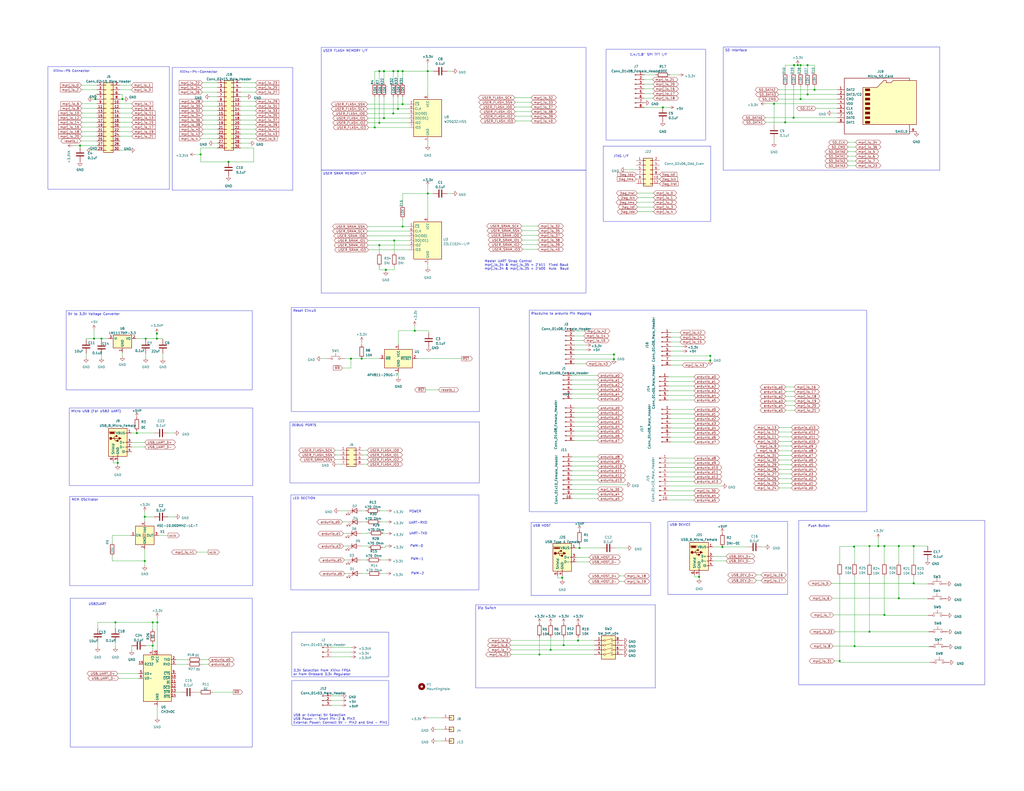
<source format=kicad_sch>
(kicad_sch (version 20230121) (generator eeschema)
  (paper "C")
  (title_block (date "2023-07-21") (rev "1.0.2"))
  (junction (at 233.426 38.862))
  (junction (at 78.994 282.194))
  (junction (at 83.312 352.552))
  (junction (at 219.71 56.896))
  (junction (at 214.63 38.862))
  (junction (at 226.314 180.594))
  (junction (at 394.208 298.704))
  (junction (at 435.356 35.56))
  (junction (at 207.01 38.862))
  (junction (at 315.468 349.758))
  (junction (at 436.88 35.56))
  (junction (at 209.55 38.862))
  (junction (at 474.472 298.196))
  (junction (at 217.17 59.436))
  (junction (at 458.216 360.934))
  (junction (at 74.676 236.474))
  (junction (at 66.802 54.102))
  (junction (at 209.55 64.516))
  (junction (at 479.298 298.196))
  (junction (at 387.604 194.31))
  (junction (at 207.01 133.858))
  (junction (at 466.344 352.806))
  (junction (at 498.602 318.516))
  (junction (at 335.026 196.088))
  (junction (at 219.71 123.698))
  (junction (at 490.474 326.644))
  (junction (at 217.17 38.862))
  (junction (at 498.602 298.196))
  (junction (at 387.604 196.85))
  (junction (at 109.474 84.328))
  (junction (at 474.472 344.932))
  (junction (at 210.566 147.32))
  (junction (at 85.598 182.118))
  (junction (at 433.324 35.56))
  (junction (at 300.482 354.838))
  (junction (at 335.026 193.548))
  (junction (at 381.508 314.96))
  (junction (at 43.688 79.502))
  (junction (at 204.47 69.596))
  (junction (at 52.07 54.102))
  (junction (at 482.6 298.196))
  (junction (at 422.402 56.642))
  (junction (at 316.23 299.212))
  (junction (at 428.498 66.802))
  (junction (at 215.138 131.318))
  (junction (at 436.88 54.102))
  (junction (at 214.63 61.976))
  (junction (at 490.474 298.196))
  (junction (at 79.502 184.912))
  (junction (at 85.852 339.852))
  (junction (at 440.69 51.562))
  (junction (at 219.71 38.862))
  (junction (at 433.07 64.262))
  (junction (at 440.69 35.56))
  (junction (at 197.358 195.834))
  (junction (at 62.992 339.852))
  (junction (at 78.994 306.324))
  (junction (at 466.09 298.45))
  (junction (at 361.696 58.674))
  (junction (at 64.262 252.73))
  (junction (at 294.386 357.378))
  (junction (at 482.6 335.788))
  (junction (at 191.516 195.834))
  (junction (at 233.426 105.664))
  (junction (at 85.598 184.912))
  (junction (at 306.832 315.468))
  (junction (at 51.308 184.912))
  (junction (at 444.5 49.022))
  (junction (at 83.312 339.852))
  (junction (at 207.01 67.056))
  (junction (at 124.714 88.392))
  (junction (at 55.372 184.912))
  (junction (at 307.594 352.298))
  (wire (pts (xy 219.71 56.896) (xy 223.266 56.896)))
  (wire (pts (xy 85.852 385.572) (xy 85.852 391.922)))
  (wire (pts (xy 351.536 45.974) (xy 356.362 45.974)))
  (wire (pts (xy 425.196 248.666) (xy 431.8 248.666)))
  (wire (pts (xy 466.09 298.45) (xy 466.09 298.196)))
  (wire (pts (xy 46.99 184.912) (xy 51.308 184.912)))
  (wire (pts (xy 201.93 298.196) (xy 197.104 298.196)))
  (wire (pts (xy 110.744 68.072) (xy 118.618 68.072)))
  (wire (pts (xy 44.45 46.482) (xy 52.832 46.482)))
  (wire (pts (xy 232.156 212.852) (xy 239.268 212.852)))
  (wire (pts (xy 425.196 253.746) (xy 431.8 253.746)))
  (wire (pts (xy 364.744 213.36) (xy 378.714 213.36)))
  (wire (pts (xy 458.216 314.706) (xy 458.216 360.934)))
  (wire (pts (xy 306.832 315.468) (xy 306.832 316.484)))
  (wire (pts (xy 428.498 66.802) (xy 456.946 66.802)))
  (wire (pts (xy 312.166 212.598) (xy 326.136 212.598)))
  (wire (pts (xy 88.9 193.04) (xy 88.9 195.834)))
  (wire (pts (xy 366.014 186.69) (xy 371.094 186.69)))
  (wire (pts (xy 83.312 339.852) (xy 85.852 339.852)))
  (wire (pts (xy 214.63 38.862) (xy 217.17 38.862)))
  (wire (pts (xy 378.968 313.944) (xy 378.968 314.96)))
  (wire (pts (xy 444.5 49.022) (xy 444.5 47.244)))
  (wire (pts (xy 338.074 314.452) (xy 340.614 314.452)))
  (wire (pts (xy 313.436 188.468) (xy 319.786 188.468)))
  (wire (pts (xy 191.516 200.914) (xy 191.516 195.834)))
  (wire (pts (xy 366.014 231.14) (xy 378.714 231.14)))
  (wire (pts (xy 428.498 47.244) (xy 428.498 66.802)))
  (wire (pts (xy 210.312 298.958) (xy 210.312 298.196)))
  (wire (pts (xy 440.69 35.56) (xy 440.69 39.878)))
  (wire (pts (xy 78.994 299.974) (xy 78.994 306.324)))
  (wire (pts (xy 198.12 253.492) (xy 200.406 253.492)))
  (wire (pts (xy 466.344 352.806) (xy 466.344 314.706)))
  (wire (pts (xy 44.704 71.882) (xy 52.832 71.882)))
  (wire (pts (xy 180.848 353.568) (xy 191.77 353.568)))
  (wire (pts (xy 312.166 262.128) (xy 326.136 262.128)))
  (wire (pts (xy 71.882 352.552) (xy 71.882 355.092)))
  (wire (pts (xy 43.688 79.502) (xy 52.832 79.502)))
  (wire (pts (xy 180.848 385.064) (xy 186.182 385.064)))
  (wire (pts (xy 278.892 354.838) (xy 300.482 354.838)))
  (wire (pts (xy 381.508 314.96) (xy 381.508 315.976)))
  (wire (pts (xy 445.262 59.182) (xy 456.946 59.182)))
  (wire (pts (xy 182.88 248.412) (xy 185.42 248.412)))
  (wire (pts (xy 109.474 80.772) (xy 109.474 84.328)))
  (wire (pts (xy 200.152 291.084) (xy 200.152 291.338)))
  (wire (pts (xy 78.994 306.324) (xy 78.994 308.864)))
  (wire (pts (xy 217.17 59.436) (xy 223.266 59.436)))
  (wire (pts (xy 197.612 313.182) (xy 200.406 313.182)))
  (wire (pts (xy 462.788 85.344) (xy 466.852 85.344)))
  (wire (pts (xy 201.93 298.958) (xy 201.93 298.196)))
  (wire (pts (xy 61.722 252.73) (xy 64.262 252.73)))
  (wire (pts (xy 85.852 337.312) (xy 85.852 339.852)))
  (wire (pts (xy 490.474 326.898) (xy 506.222 326.898)))
  (wire (pts (xy 131.318 68.072) (xy 139.446 68.072)))
  (wire (pts (xy 312.166 251.968) (xy 326.136 251.968)))
  (wire (pts (xy 313.436 240.538) (xy 326.136 240.538)))
  (wire (pts (xy 233.426 105.664) (xy 236.474 105.664)))
  (wire (pts (xy 435.356 35.56) (xy 436.88 35.56)))
  (wire (pts (xy 64.262 252.73) (xy 64.262 253.746)))
  (wire (pts (xy 109.474 75.692) (xy 118.618 75.692)))
  (wire (pts (xy 312.166 210.058) (xy 326.136 210.058)))
  (wire (pts (xy 65.532 49.022) (xy 71.628 49.022)))
  (wire (pts (xy 506.984 353.06) (xy 466.344 353.06)))
  (wire (pts (xy 313.436 222.758) (xy 326.136 222.758)))
  (wire (pts (xy 65.532 61.722) (xy 71.882 61.722)))
  (wire (pts (xy 312.166 257.048) (xy 326.136 257.048)))
  (wire (pts (xy 110.744 57.912) (xy 118.618 57.912)))
  (wire (pts (xy 436.88 35.56) (xy 440.69 35.56)))
  (wire (pts (xy 61.214 306.324) (xy 61.214 303.784)))
  (wire (pts (xy 479.298 298.196) (xy 482.6 298.196)))
  (wire (pts (xy 65.532 69.342) (xy 71.882 69.342)))
  (wire (pts (xy 312.166 267.208) (xy 326.136 267.208)))
  (wire (pts (xy 209.042 291.084) (xy 208.534 291.084)))
  (wire (pts (xy 207.01 45.212) (xy 207.01 38.862)))
  (wire (pts (xy 281.178 63.5) (xy 289.814 63.5)))
  (wire (pts (xy 412.75 313.944) (xy 415.29 313.944)))
  (wire (pts (xy 78.994 306.324) (xy 61.214 306.324)))
  (wire (pts (xy 51.308 184.912) (xy 55.372 184.912)))
  (wire (pts (xy 425.196 241.046) (xy 431.8 241.046)))
  (wire (pts (xy 116.078 377.952) (xy 127.254 377.952)))
  (wire (pts (xy 425.196 266.446) (xy 431.8 266.446)))
  (wire (pts (xy 313.436 225.298) (xy 326.136 225.298)))
  (wire (pts (xy 455.676 344.932) (xy 474.472 344.932)))
  (wire (pts (xy 314.452 304.292) (xy 321.564 304.292)))
  (wire (pts (xy 46.99 193.04) (xy 46.99 195.326)))
  (wire (pts (xy 366.014 181.61) (xy 371.094 181.61)))
  (wire (pts (xy 95.504 282.194) (xy 91.694 282.194)))
  (wire (pts (xy 454.66 352.806) (xy 466.344 352.806)))
  (wire (pts (xy 482.6 298.196) (xy 490.474 298.196)))
  (wire (pts (xy 415.544 298.704) (xy 417.322 298.704)))
  (wire (pts (xy 109.982 360.172) (xy 113.792 360.172)))
  (wire (pts (xy 110.744 62.992) (xy 118.618 62.992)))
  (wire (pts (xy 312.166 272.288) (xy 326.136 272.288)))
  (wire (pts (xy 284.734 123.444) (xy 293.624 123.444)))
  (wire (pts (xy 453.644 318.516) (xy 498.602 318.516)))
  (wire (pts (xy 237.744 398.272) (xy 241.3 398.272)))
  (wire (pts (xy 188.214 195.834) (xy 191.516 195.834)))
  (wire (pts (xy 71.882 236.474) (xy 74.676 236.474)))
  (wire (pts (xy 53.34 350.774) (xy 53.34 353.314)))
  (wire (pts (xy 466.344 353.06) (xy 466.344 352.806)))
  (wire (pts (xy 284.988 131.064) (xy 293.624 131.064)))
  (wire (pts (xy 364.744 210.82) (xy 378.714 210.82)))
  (wire (pts (xy 454.914 335.788) (xy 482.6 335.788)))
  (wire (pts (xy 366.014 241.3) (xy 378.714 241.3)))
  (wire (pts (xy 364.744 262.89) (xy 378.714 262.89)))
  (wire (pts (xy 424.942 51.562) (xy 440.69 51.562)))
  (wire (pts (xy 284.988 125.984) (xy 293.624 125.984)))
  (wire (pts (xy 347.726 110.49) (xy 356.616 110.49)))
  (wire (pts (xy 366.014 199.39) (xy 372.364 199.39)))
  (wire (pts (xy 498.602 318.77) (xy 506.222 318.77)))
  (wire (pts (xy 364.744 265.43) (xy 393.954 265.43)))
  (wire (pts (xy 364.744 273.05) (xy 378.714 273.05)))
  (wire (pts (xy 280.924 58.42) (xy 289.814 58.42)))
  (wire (pts (xy 462.788 80.264) (xy 466.852 80.264)))
  (wire (pts (xy 207.01 133.858) (xy 207.01 137.922)))
  (wire (pts (xy 200.914 64.516) (xy 209.55 64.516)))
  (wire (pts (xy 281.178 60.96) (xy 289.814 60.96)))
  (wire (pts (xy 458.216 360.934) (xy 458.216 361.696)))
  (wire (pts (xy 428.498 35.56) (xy 433.324 35.56)))
  (wire (pts (xy 116.586 78.232) (xy 118.618 78.232)))
  (wire (pts (xy 474.472 298.196) (xy 479.298 298.196)))
  (wire (pts (xy 64.262 251.714) (xy 64.262 252.73)))
  (wire (pts (xy 364.744 252.73) (xy 378.714 252.73)))
  (wire (pts (xy 233.426 77.216) (xy 233.426 79.248)))
  (wire (pts (xy 51.308 180.086) (xy 51.308 184.912)))
  (wire (pts (xy 200.914 133.858) (xy 207.01 133.858)))
  (wire (pts (xy 217.424 180.594) (xy 226.314 180.594)))
  (wire (pts (xy 180.848 358.648) (xy 191.516 358.648)))
  (wire (pts (xy 506.73 344.932) (xy 474.472 344.932)))
  (wire (pts (xy 219.71 105.664) (xy 219.71 112.014)))
  (wire (pts (xy 187.96 305.816) (xy 189.738 305.816)))
  (wire (pts (xy 312.166 217.678) (xy 326.136 217.678)))
  (wire (pts (xy 106.426 84.328) (xy 109.474 84.328)))
  (wire (pts (xy 85.598 181.864) (xy 85.598 182.118)))
  (wire (pts (xy 466.09 298.196) (xy 474.472 298.196)))
  (wire (pts (xy 180.848 379.984) (xy 186.436 379.984)))
  (wire (pts (xy 110.744 73.152) (xy 118.618 73.152)))
  (wire (pts (xy 482.6 335.788) (xy 482.6 336.042)))
  (wire (pts (xy 107.442 301.498) (xy 113.538 301.498)))
  (wire (pts (xy 209.55 38.862) (xy 209.55 45.212)))
  (wire (pts (xy 217.424 203.454) (xy 217.424 205.994)))
  (wire (pts (xy 44.704 69.342) (xy 52.832 69.342)))
  (wire (pts (xy 314.452 299.212) (xy 316.23 299.212)))
  (wire (pts (xy 440.69 35.56) (xy 444.5 35.56)))
  (wire (pts (xy 131.318 55.372) (xy 139.446 55.372)))
  (wire (pts (xy 417.576 64.262) (xy 433.07 64.262)))
  (wire (pts (xy 74.422 184.912) (xy 79.502 184.912)))
  (wire (pts (xy 200.66 59.436) (xy 217.17 59.436)))
  (wire (pts (xy 66.802 192.532) (xy 66.802 194.564)))
  (wire (pts (xy 85.598 182.118) (xy 85.598 184.912)))
  (wire (pts (xy 387.604 194.31) (xy 387.604 194.183)))
  (wire (pts (xy 474.472 314.96) (xy 474.472 344.932)))
  (wire (pts (xy 64.262 367.792) (xy 75.692 367.792)))
  (wire (pts (xy 482.6 336.042) (xy 506.476 336.042)))
  (wire (pts (xy 366.014 228.6) (xy 378.714 228.6)))
  (wire (pts (xy 364.998 58.674) (xy 361.696 58.674)))
  (wire (pts (xy 304.292 315.468) (xy 306.832 315.468)))
  (wire (pts (xy 366.014 194.31) (xy 387.604 194.31)))
  (wire (pts (xy 114.554 52.832) (xy 118.618 52.832)))
  (wire (pts (xy 313.436 198.628) (xy 319.786 198.628)))
  (wire (pts (xy 294.386 347.98) (xy 294.386 357.378)))
  (wire (pts (xy 109.474 84.328) (xy 109.474 88.392)))
  (wire (pts (xy 110.744 60.452) (xy 118.618 60.452)))
  (wire (pts (xy 188.214 313.182) (xy 189.992 313.182)))
  (wire (pts (xy 281.432 66.04) (xy 289.814 66.04)))
  (wire (pts (xy 366.014 184.15) (xy 371.094 184.15)))
  (wire (pts (xy 454.152 326.644) (xy 490.474 326.644)))
  (wire (pts (xy 43.688 79.502) (xy 43.688 80.518)))
  (wire (pts (xy 204.47 38.862) (xy 207.01 38.862)))
  (wire (pts (xy 428.752 216.408) (xy 433.578 216.408)))
  (wire (pts (xy 96.012 377.952) (xy 99.06 377.952)))
  (wire (pts (xy 201.93 298.958) (xy 201.168 298.958)))
  (wire (pts (xy 316.23 299.212) (xy 328.168 299.212)))
  (wire (pts (xy 91.694 236.474) (xy 94.996 236.474)))
  (wire (pts (xy 44.704 74.422) (xy 52.832 74.422)))
  (wire (pts (xy 85.852 339.852) (xy 85.852 355.092)))
  (wire (pts (xy 79.502 352.552) (xy 83.312 352.552)))
  (wire (pts (xy 294.386 357.378) (xy 324.358 357.378)))
  (wire (pts (xy 458.216 307.086) (xy 458.216 298.45)))
  (wire (pts (xy 208.788 298.958) (xy 210.312 298.958)))
  (wire (pts (xy 278.638 352.298) (xy 307.594 352.298)))
  (wire (pts (xy 71.882 241.554) (xy 78.994 241.554)))
  (wire (pts (xy 208.026 313.182) (xy 210.82 313.182)))
  (wire (pts (xy 364.744 267.97) (xy 378.714 267.97)))
  (wire (pts (xy 389.128 298.704) (xy 394.208 298.704)))
  (wire (pts (xy 351.536 51.054) (xy 356.362 51.054)))
  (wire (pts (xy 131.318 73.152) (xy 139.446 73.152)))
  (wire (pts (xy 110.49 50.292) (xy 118.618 50.292)))
  (wire (pts (xy 381.508 313.944) (xy 381.508 314.96)))
  (wire (pts (xy 498.602 314.96) (xy 498.602 318.516)))
  (wire (pts (xy 341.376 92.71) (xy 347.218 92.71)))
  (wire (pts (xy 44.704 64.262) (xy 52.832 64.262)))
  (wire (pts (xy 44.704 66.802) (xy 52.832 66.802)))
  (wire (pts (xy 490.474 298.196) (xy 498.602 298.196)))
  (wire (pts (xy 313.436 196.088) (xy 335.026 196.088)))
  (wire (pts (xy 313.436 180.848) (xy 319.024 180.848)))
  (wire (pts (xy 364.744 208.28) (xy 378.714 208.28)))
  (wire (pts (xy 55.372 184.912) (xy 59.182 184.912)))
  (wire (pts (xy 364.744 205.74) (xy 378.714 205.74)))
  (wire (pts (xy 61.214 292.354) (xy 71.374 292.354)))
  (wire (pts (xy 366.014 191.77) (xy 372.364 191.77)))
  (wire (pts (xy 52.07 51.562) (xy 52.07 54.102)))
  (wire (pts (xy 83.312 339.852) (xy 83.312 343.662)))
  (wire (pts (xy 307.594 352.298) (xy 324.358 352.298)))
  (wire (pts (xy 65.532 66.802) (xy 71.882 66.802)))
  (wire (pts (xy 200.152 291.084) (xy 201.422 291.084)))
  (wire (pts (xy 200.66 123.698) (xy 219.71 123.698)))
  (wire (pts (xy 425.196 263.906) (xy 431.8 263.906)))
  (wire (pts (xy 209.55 64.516) (xy 223.266 64.516)))
  (wire (pts (xy 214.63 61.976) (xy 223.266 61.976)))
  (wire (pts (xy 217.17 38.862) (xy 219.71 38.862)))
  (wire (pts (xy 64.77 370.332) (xy 75.692 370.332)))
  (wire (pts (xy 312.166 249.428) (xy 326.136 249.428)))
  (wire (pts (xy 109.982 362.712) (xy 113.792 362.712)))
  (wire (pts (xy 217.17 52.832) (xy 217.17 59.436)))
  (wire (pts (xy 198.12 248.412) (xy 200.406 248.412)))
  (wire (pts (xy 428.498 39.624) (xy 428.498 35.56)))
  (wire (pts (xy 366.014 223.52) (xy 378.714 223.52)))
  (wire (pts (xy 458.216 298.45) (xy 466.09 298.45)))
  (wire (pts (xy 180.848 382.524) (xy 186.182 382.524)))
  (wire (pts (xy 316.23 297.18) (xy 316.23 299.212)))
  (wire (pts (xy 66.802 51.562) (xy 66.802 54.102)))
  (wire (pts (xy 366.014 189.23) (xy 372.364 189.23)))
  (wire (pts (xy 389.128 303.784) (xy 396.24 303.784)))
  (wire (pts (xy 106.68 377.952) (xy 108.458 377.952)))
  (wire (pts (xy 191.516 195.834) (xy 197.358 195.834)))
  (wire (pts (xy 347.98 115.57) (xy 356.616 115.57)))
  (wire (pts (xy 50.546 54.102) (xy 52.07 54.102)))
  (wire (pts (xy 428.752 211.328) (xy 433.324 211.328)))
  (wire (pts (xy 364.744 250.19) (xy 378.714 250.19)))
  (wire (pts (xy 351.536 53.594) (xy 356.362 53.594)))
  (wire (pts (xy 364.744 257.81) (xy 378.714 257.81)))
  (wire (pts (xy 227.584 195.834) (xy 251.968 195.834)))
  (wire (pts (xy 175.514 195.834) (xy 178.054 195.834)))
  (wire (pts (xy 182.88 245.872) (xy 185.42 245.872)))
  (wire (pts (xy 428.752 221.488) (xy 433.578 221.488)))
  (wire (pts (xy 71.882 244.094) (xy 78.994 244.094)))
  (wire (pts (xy 351.536 48.514) (xy 356.362 48.514)))
  (wire (pts (xy 208.534 291.084) (xy 208.534 291.338)))
  (wire (pts (xy 219.71 105.664) (xy 233.426 105.664)))
  (wire (pts (xy 315.468 349.758) (xy 315.468 347.98)))
  (wire (pts (xy 62.992 350.774) (xy 62.992 353.314)))
  (wire (pts (xy 237.998 404.622) (xy 241.3 404.622)))
  (wire (pts (xy 280.924 53.34) (xy 289.814 53.34)))
  (wire (pts (xy 428.752 218.948) (xy 433.578 218.948)))
  (wire (pts (xy 466.344 298.45) (xy 466.09 298.45)))
  (wire (pts (xy 207.01 133.858) (xy 223.266 133.858)))
  (wire (pts (xy 210.312 298.196) (xy 211.074 298.196)))
  (wire (pts (xy 215.138 145.542) (xy 215.138 147.32)))
  (wire (pts (xy 138.43 88.392) (xy 138.43 80.772)))
  (wire (pts (xy 306.832 314.452) (xy 306.832 315.468)))
  (wire (pts (xy 201.168 136.398) (xy 223.266 136.398)))
  (wire (pts (xy 313.436 185.928) (xy 318.516 185.928)))
  (wire (pts (xy 65.532 71.882) (xy 71.882 71.882)))
  (wire (pts (xy 462.788 90.424) (xy 466.852 90.424)))
  (wire (pts (xy 366.014 226.06) (xy 378.714 226.06)))
  (wire (pts (xy 214.63 52.832) (xy 214.63 61.976)))
  (wire (pts (xy 462.788 87.884) (xy 466.852 87.884)))
  (wire (pts (xy 244.094 38.862) (xy 246.888 38.862)))
  (wire (pts (xy 44.45 49.022) (xy 52.832 49.022)))
  (wire (pts (xy 44.196 76.962) (xy 52.832 76.962)))
  (wire (pts (xy 207.01 145.542) (xy 207.01 147.32)))
  (wire (pts (xy 210.566 147.32) (xy 210.566 147.828)))
  (wire (pts (xy 312.166 207.518) (xy 326.136 207.518)))
  (wire (pts (xy 233.426 144.018) (xy 233.426 146.05)))
  (wire (pts (xy 200.914 67.056) (xy 207.01 67.056)))
  (wire (pts (xy 217.424 188.214) (xy 217.424 180.594)))
  (wire (pts (xy 65.532 56.642) (xy 71.882 56.642)))
  (wire (pts (xy 208.534 291.338) (xy 211.074 291.338)))
  (wire (pts (xy 78.994 282.194) (xy 78.994 284.734)))
  (wire (pts (xy 79.502 184.912) (xy 85.598 184.912)))
  (wire (pts (xy 209.55 38.862) (xy 214.63 38.862)))
  (wire (pts (xy 233.426 34.798) (xy 233.426 38.862)))
  (wire (pts (xy 219.71 119.634) (xy 219.71 123.698)))
  (wire (pts (xy 364.744 270.51) (xy 378.714 270.51)))
  (wire (pts (xy 462.788 82.804) (xy 466.852 82.804)))
  (wire (pts (xy 74.676 236.474) (xy 84.074 236.474)))
  (wire (pts (xy 387.604 196.85) (xy 387.604 194.31)))
  (wire (pts (xy 412.75 316.992) (xy 415.29 316.992)))
  (wire (pts (xy 425.196 261.366) (xy 431.8 261.366)))
  (wire (pts (xy 312.166 204.978) (xy 326.136 204.978)))
  (wire (pts (xy 50.038 82.042) (xy 52.832 82.042)))
  (wire (pts (xy 335.026 196.088) (xy 335.026 193.548)))
  (wire (pts (xy 313.436 193.548) (xy 335.026 193.548)))
  (wire (pts (xy 335.026 193.548) (xy 335.026 193.421)))
  (wire (pts (xy 124.714 88.392) (xy 138.43 88.392)))
  (wire (pts (xy 436.88 35.56) (xy 436.88 39.624)))
  (wire (pts (xy 436.88 47.244) (xy 436.88 54.102)))
  (wire (pts (xy 347.98 107.95) (xy 356.616 107.95)))
  (wire (pts (xy 436.88 54.102) (xy 424.942 54.102)))
  (wire (pts (xy 187.452 291.338) (xy 189.484 291.338)))
  (wire (pts (xy 338.074 317.5) (xy 340.614 317.5)))
  (wire (pts (xy 456.946 49.022) (xy 444.5 49.022)))
  (wire (pts (xy 53.34 343.154) (xy 53.34 339.852)))
  (wire (pts (xy 204.47 38.862) (xy 204.47 45.212)))
  (wire (pts (xy 364.744 218.44) (xy 378.714 218.44)))
  (wire (pts (xy 79.502 193.04) (xy 79.502 195.326)))
  (wire (pts (xy 425.196 251.206) (xy 431.8 251.206)))
  (wire (pts (xy 200.914 131.318) (xy 215.138 131.318)))
  (wire (pts (xy 285.242 136.144) (xy 293.624 136.144)))
  (wire (pts (xy 207.01 38.862) (xy 209.55 38.862)))
  (wire (pts (xy 62.992 339.852) (xy 83.312 339.852)))
  (wire (pts (xy 197.358 195.834) (xy 207.264 195.834)))
  (wire (pts (xy 197.612 284.988) (xy 199.898 284.988)))
  (wire (pts (xy 65.532 54.102) (xy 66.802 54.102)))
  (wire (pts (xy 65.532 59.182) (xy 71.882 59.182)))
  (wire (pts (xy 425.196 256.286) (xy 431.8 256.286)))
  (wire (pts (xy 55.372 193.548) (xy 55.372 195.326)))
  (wire (pts (xy 210.566 147.32) (xy 215.138 147.32)))
  (wire (pts (xy 186.944 200.914) (xy 191.516 200.914)))
  (wire (pts (xy 479.298 294.132) (xy 479.298 298.196)))
  (wire (pts (xy 180.848 356.108) (xy 191.516 356.108)))
  (wire (pts (xy 425.196 243.586) (xy 431.8 243.586)))
  (wire (pts (xy 417.83 66.802) (xy 428.498 66.802)))
  (wire (pts (xy 455.422 360.934) (xy 458.216 360.934)))
  (wire (pts (xy 284.734 128.524) (xy 293.624 128.524)))
  (wire (pts (xy 233.426 101.6) (xy 233.426 105.664)))
  (wire (pts (xy 197.358 305.816) (xy 200.152 305.816)))
  (wire (pts (xy 364.744 260.35) (xy 378.714 260.35)))
  (wire (pts (xy 233.426 38.862) (xy 236.474 38.862)))
  (wire (pts (xy 204.47 69.596) (xy 223.266 69.596)))
  (wire (pts (xy 313.436 183.388) (xy 318.516 183.388)))
  (wire (pts (xy 200.152 291.338) (xy 197.104 291.338)))
  (wire (pts (xy 466.344 307.086) (xy 466.344 298.45)))
  (wire (pts (xy 304.292 314.452) (xy 304.292 315.468)))
  (wire (pts (xy 198.12 250.952) (xy 200.406 250.952)))
  (wire (pts (xy 233.426 391.922) (xy 241.3 391.922)))
  (wire (pts (xy 83.312 352.552) (xy 83.312 355.092)))
  (wire (pts (xy 312.166 215.138) (xy 326.136 215.138)))
  (wire (pts (xy 65.532 64.262) (xy 71.882 64.262)))
  (wire (pts (xy 498.602 298.196) (xy 498.602 307.34)))
  (wire (pts (xy 422.402 68.326) (xy 422.402 56.642)))
  (wire (pts (xy 347.726 105.41) (xy 356.616 105.41)))
  (wire (pts (xy 214.63 45.212) (xy 214.63 38.862)))
  (wire (pts (xy 313.436 230.378) (xy 326.136 230.378)))
  (wire (pts (xy 131.318 70.612) (xy 139.446 70.612)))
  (wire (pts (xy 65.532 82.042) (xy 70.866 82.042)))
  (wire (pts (xy 313.436 227.838) (xy 326.136 227.838)))
  (wire (pts (xy 66.802 54.102) (xy 67.31 54.102)))
  (wire (pts (xy 324.358 349.758) (xy 315.468 349.758)))
  (wire (pts (xy 365.506 40.894) (xy 370.332 40.894)))
  (wire (pts (xy 233.426 118.618) (xy 233.426 105.664)))
  (wire (pts (xy 52.832 51.562) (xy 52.07 51.562)))
  (wire (pts (xy 74.676 235.458) (xy 74.676 236.474)))
  (wire (pts (xy 187.452 298.196) (xy 189.484 298.196)))
  (wire (pts (xy 207.01 67.056) (xy 223.266 67.056)))
  (wire (pts (xy 131.318 50.292) (xy 139.446 50.292)))
  (wire (pts (xy 422.402 56.642) (xy 456.946 56.642)))
  (wire (pts (xy 200.66 61.976) (xy 214.63 61.976)))
  (wire (pts (xy 186.944 284.988) (xy 189.992 284.988)))
  (wire (pts (xy 209.55 52.832) (xy 209.55 64.516)))
  (wire (pts (xy 110.49 45.212) (xy 118.618 45.212)))
  (wire (pts (xy 417.83 56.642) (xy 422.402 56.642)))
  (wire (pts (xy 394.208 298.704) (xy 407.924 298.704)))
  (wire (pts (xy 110.744 55.372) (xy 118.618 55.372)))
  (wire (pts (xy 219.71 52.832) (xy 219.71 56.896)))
  (wire (pts (xy 110.744 65.532) (xy 118.618 65.532)))
  (wire (pts (xy 207.264 278.892) (xy 211.074 278.892)))
  (wire (pts (xy 312.166 264.668) (xy 341.376 264.668)))
  (wire (pts (xy 79.502 184.912) (xy 79.502 185.42)))
  (wire (pts (xy 389.128 306.324) (xy 396.24 306.324)))
  (wire (pts (xy 96.012 362.712) (xy 102.362 362.712)))
  (wire (pts (xy 62.992 343.154) (xy 62.992 339.852)))
  (wire (pts (xy 215.138 137.922) (xy 215.138 131.318)))
  (wire (pts (xy 118.618 80.772) (xy 109.474 80.772)))
  (wire (pts (xy 233.934 180.594) (xy 233.934 181.864)))
  (wire (pts (xy 217.17 38.862) (xy 217.17 45.212)))
  (wire (pts (xy 364.744 215.9) (xy 378.714 215.9)))
  (wire (pts (xy 182.88 250.952) (xy 185.42 250.952)))
  (wire (pts (xy 281.178 55.88) (xy 289.814 55.88)))
  (wire (pts (xy 425.196 246.126) (xy 431.8 246.126)))
  (wire (pts (xy 433.07 64.262) (xy 456.946 64.262)))
  (wire (pts (xy 482.6 298.196) (xy 482.6 307.086)))
  (wire (pts (xy 226.314 178.054) (xy 226.314 180.594)))
  (wire (pts (xy 425.196 238.506) (xy 431.8 238.506)))
  (wire (pts (xy 184.912 278.892) (xy 189.738 278.892)))
  (wire (pts (xy 378.968 314.96) (xy 381.508 314.96)))
  (wire (pts (xy 278.892 349.758) (xy 315.468 349.758)))
  (wire (pts (xy 131.318 60.452) (xy 139.446 60.452)))
  (wire (pts (xy 458.216 361.696) (xy 507.492 361.696)))
  (wire (pts (xy 215.138 131.318) (xy 223.266 131.318)))
  (wire (pts (xy 78.994 279.4) (xy 78.994 282.194)))
  (wire (pts (xy 313.436 232.918) (xy 326.136 232.918)))
  (wire (pts (xy 53.34 339.852) (xy 62.992 339.852)))
  (wire (pts (xy 313.436 237.998) (xy 326.136 237.998)))
  (wire (pts (xy 233.426 51.816) (xy 233.426 38.862)))
  (wire (pts (xy 300.482 354.838) (xy 324.358 354.838)))
  (wire (pts (xy 498.602 298.196) (xy 506.222 298.196)))
  (wire (pts (xy 207.518 284.988) (xy 211.074 284.988)))
  (wire (pts (xy 425.196 258.826) (xy 431.8 258.826)))
  (wire (pts (xy 65.532 51.562) (xy 66.802 51.562)))
  (wire (pts (xy 314.452 306.832) (xy 321.564 306.832)))
  (wire (pts (xy 312.166 254.508) (xy 326.136 254.508)))
  (wire (pts (xy 200.66 56.896) (xy 219.71 56.896)))
  (wire (pts (xy 88.9 184.912) (xy 88.9 185.42)))
  (wire (pts (xy 436.88 54.102) (xy 456.946 54.102)))
  (wire (pts (xy 219.71 123.698) (xy 223.266 123.698)))
  (wire (pts (xy 361.696 58.674) (xy 351.536 58.674)))
  (wire (pts (xy 366.014 238.76) (xy 378.714 238.76)))
  (wire (pts (xy 422.402 77.724) (xy 422.402 75.946)))
  (wire (pts (xy 39.624 79.502) (xy 43.688 79.502)))
  (wire (pts (xy 86.614 292.354) (xy 91.694 292.354)))
  (wire (pts (xy 313.436 235.458) (xy 326.136 235.458)))
  (wire (pts (xy 200.66 126.238) (xy 223.266 126.238)))
  (wire (pts (xy 364.744 255.27) (xy 378.714 255.27)))
  (wire (pts (xy 425.196 233.426) (xy 431.8 233.426)))
  (wire (pts (xy 46.99 185.42) (xy 46.99 184.912)))
  (wire (pts (xy 109.474 88.392) (xy 124.714 88.392)))
  (wire (pts (xy 78.994 282.194) (xy 84.074 282.194)))
  (wire (pts (xy 198.12 245.872) (xy 200.406 245.872)))
  (wire (pts (xy 83.312 351.282) (xy 83.312 352.552)))
  (wire (pts (xy 347.98 113.03) (xy 356.616 113.03)))
  (wire (pts (xy 313.436 191.008) (xy 319.786 191.008)))
  (wire (pts (xy 131.318 52.832) (xy 134.366 52.832)))
  (wire (pts (xy 366.014 233.68) (xy 378.714 233.68)))
  (wire (pts (xy 61.214 292.354) (xy 61.214 296.164)))
  (wire (pts (xy 207.01 52.832) (xy 207.01 67.056)))
  (wire (pts (xy 131.318 78.232) (xy 136.144 78.232)))
  (wire (pts (xy 425.196 235.966) (xy 431.8 235.966)))
  (wire (pts (xy 307.594 347.98) (xy 307.594 352.298)))
  (wire (pts (xy 433.07 39.624) (xy 433.324 39.624)))
  (wire (pts (xy 454.152 61.722) (xy 456.946 61.722)))
  (wire (pts (xy 482.6 314.706) (xy 482.6 335.788)))
  (wire (pts (xy 226.314 180.594) (xy 233.934 180.594)))
  (wire (pts (xy 351.536 43.434) (xy 356.108 43.434)))
  (wire (pts (xy 110.49 47.752) (xy 118.618 47.752)))
  (wire (pts (xy 433.324 35.56) (xy 435.356 35.56)))
  (wire (pts (xy 44.704 61.722) (xy 52.832 61.722)))
  (wire (pts (xy 366.014 236.22) (xy 378.714 236.22)))
  (wire (pts (xy 44.704 56.642) (xy 52.832 56.642)))
  (wire (pts (xy 490.474 326.644) (xy 490.474 326.898)))
  (wire (pts (xy 131.318 47.752) (xy 139.446 47.752)))
  (wire (pts (xy 433.07 47.244) (xy 433.07 64.262)))
  (wire (pts (xy 312.166 259.588) (xy 326.136 259.588)))
  (wire (pts (xy 284.988 133.604) (xy 293.624 133.604)))
  (wire (pts (xy 300.482 347.98) (xy 300.482 354.838)))
  (wire (pts (xy 474.472 307.34) (xy 474.472 298.196)))
  (wire (pts (xy 219.71 38.862) (xy 219.71 45.212)))
  (wire (pts (xy 207.01 147.32) (xy 210.566 147.32)))
  (wire (pts (xy 351.536 40.894) (xy 357.886 40.894)))
  (wire (pts (xy 366.014 196.85) (xy 387.604 196.85)))
  (wire (pts (xy 335.788 299.212) (xy 341.884 299.212)))
  (wire (pts (xy 490.474 298.196) (xy 490.474 307.34)))
  (wire (pts (xy 44.704 59.182) (xy 52.832 59.182)))
  (wire (pts (xy 65.532 46.482) (xy 71.628 46.482)))
  (wire (pts (xy 204.47 52.832) (xy 204.47 69.596)))
  (wire (pts (xy 131.318 62.992) (xy 139.446 62.992)))
  (wire (pts (xy 183.896 253.492) (xy 185.42 253.492)))
  (wire (pts (xy 138.43 80.772) (xy 131.318 80.772)))
  (wire (pts (xy 444.5 35.56) (xy 444.5 39.624)))
  (wire (pts (xy 201.168 69.596) (xy 204.47 69.596)))
  (wire (pts (xy 440.69 47.498) (xy 440.69 51.562)))
  (wire (pts (xy 440.69 51.562) (xy 456.946 51.562)))
  (wire (pts (xy 278.892 357.378) (xy 294.386 357.378)))
  (wire (pts (xy 428.752 224.028) (xy 433.578 224.028)))
  (wire (pts (xy 498.602 318.516) (xy 498.602 318.77)))
  (wire (pts (xy 219.71 38.862) (xy 233.426 38.862)))
  (wire (pts (xy 490.474 314.96) (xy 490.474 326.644)))
  (wire (pts (xy 428.752 213.868) (xy 433.324 213.868)))
  (wire (pts (xy 65.532 74.422) (xy 71.882 74.422)))
  (wire (pts (xy 61.722 251.714) (xy 61.722 252.73)))
  (wire (pts (xy 200.66 128.778) (xy 223.266 128.778)))
  (wire (pts (xy 444.5 49.022) (xy 424.688 49.022)))
  (wire (pts (xy 96.012 360.172) (xy 102.362 360.172)))
  (wire (pts (xy 110.744 70.612) (xy 118.618 70.612)))
  (wire (pts (xy 197.358 278.892) (xy 199.644 278.892)))
  (wire (pts (xy 197.358 186.69) (xy 197.358 188.214)))
  (wire (pts (xy 131.318 75.692) (xy 139.7 75.692)))
  (wire (pts (xy 207.772 305.816) (xy 210.82 305.816)))
  (wire (pts (xy 131.318 45.212) (xy 139.446 45.212)))
  (wire (pts (xy 462.788 77.724) (xy 466.852 77.724)))
  (wire (pts (xy 433.324 39.624) (xy 433.324 35.56)))
  (wire (pts (xy 52.07 54.102) (xy 52.832 54.102)))
  (wire (pts (xy 312.166 269.748) (xy 326.136 269.748)))
  (wire (pts (xy 131.318 65.532) (xy 139.446 65.532)))
  (wire (pts (xy 85.598 184.912) (xy 88.9 184.912)))
  (wire (pts (xy 131.318 57.912) (xy 139.446 57.912)))
  (wire (pts (xy 55.372 185.928) (xy 55.372 184.912)))
  (wire (pts (xy 244.094 105.664) (xy 246.888 105.664)))
  (rectangle (start 159.258 345.186) (end 212.09 369.57))
  (rectangle (start 159.258 371.602) (end 212.09 395.986))
  (rectangle (start 330.708 26.924) (end 385.064 76.454))
  (rectangle (start 38.354 326.644) (end 137.668 407.924))
  (rectangle (start 93.98 36.83) (end 159.766 103.886))
  (rectangle (start 329.184 79.756) (end 387.858 120.904))
  (rectangle (start 26.162 36.322) (end 92.456 103.378))
  (rectangle (start 435.864 284.226) (end 537.464 373.888))
  (text_box "MEM OScillator" (at 38.1 271.018 0) (size 99.822 48.768) (effects (font (size 1.27 1.27)) (justify left top)))
  (text_box "5V to 3.3V Voltage Converter" (at 36.068 169.672 0) (size 101.6 43.18) (effects (font (size 1.27 1.27)) (justify left top)))
  (text_box "Dip Switch" (at 259.588 330.2 0) (size 98.044 45.466) (effects (font (size 1.27 1.27)) (justify left top)))
  (text_box "LED SECTION" (at 158.75 270.256 0) (size 102.616 51.816) (effects (font (size 1.27 1.27)) (justify left top)))
  (text_box "Riscduino to ardunio Pin Mapping" (at 288.798 169.418 0) (size 184.15 109.982) (effects (font (size 1.27 1.27)) (justify left top)))
  (text_box "Micro USB (For USB2 UART)" (at 37.846 222.758 0) (size 100.076 42.418) (effects (font (size 1.27 1.27)) (justify left top)))
  (text_box "USER SRAM MEMORY I/F" (at 175.26 92.964 0) (size 144.526 67.056) (effects (font (size 1.27 1.27)) (justify left top)))
  (text_box "DEBUG PORTS" (at 158.242 230.378 0) (size 103.378 33.274) (effects (font (size 1.27 1.27)) (justify left top)))
  (text_box "USB HOST" (at 289.814 285.242 0) (size 65.278 39.878) (effects (font (size 1.27 1.27)) (justify left top)))
  (text_box "USB DEVICE" (at 364.49 284.734 0) (size 65.278 39.878) (effects (font (size 1.27 1.27)) (justify left top)))
  (text_box "USER FLASH MEMORY I/F" (at 175.26 25.908 0) (size 144.526 67.056) (effects (font (size 1.27 1.27)) (justify left top)))
  (text_box "SD Interface" (at 394.716 25.654 0) (size 118.11 67.31) (effects (font (size 1.27 1.27)) (justify left top)))
  (text_box "Reset Circuit" (at 159.004 167.894 0) (size 102.616 56.896) (effects (font (size 1.27 1.27)) (justify left top)))
  (text "Xilinx-P5 Connector" (at 28.956 39.624 0) (effects (font (size 1.27 1.27)) (justify left bottom)))
  (text "POWER" (at 223.266 280.162 0) (effects (font (size 1.27 1.27)) (justify left bottom)))
  (text "Xilinx-P4-Connector" (at 98.044 40.132 0) (effects (font (size 1.27 1.27)) (justify left bottom)))
  (text "Push Button" (at 440.944 288.036 0) (effects (font (size 1.27 1.27)) (justify left bottom)))
  (text "UART-TXD\n" (at 223.266 292.1 0) (effects (font (size 1.27 1.27)) (justify left bottom)))
  (text "3.3V Selection from Xilinx FPGA \nor from Onboard 3.3v Regulator" (at 160.02 369.062 0) (effects (font (size 1.27 1.27)) (justify left bottom)))
  (text "JTAG I/F" (at 334.772 86.106 0) (effects (font (size 1.27 1.27)) (justify left bottom)))
  (text "USB or External 5V Selection\nUSB Power - Short Pin-2 & Pin3\nExternal Power: Connect 5V - Pin2 and Gnd - Pin1" (at 160.02 395.478 0) (effects (font (size 1.27 1.27)) (justify left bottom)))
  (text "PWM-0" (at 223.774 298.958 0) (effects (font (size 1.27 1.27)) (justify left bottom)))
  (text "UART-RXD" (at 223.012 286.258 0) (effects (font (size 1.27 1.27)) (justify left bottom)))
  (text "1.4/1.8\" SPI TFT I/F" (at 343.662 30.734 0) (effects (font (size 1.27 1.27)) (justify left bottom)))
  (text "Master UART Strap Control\nmprj_io_34 & mprj_io_35 = 2'b11  Fixed Baud\nmprj_io_34 & mprj_io_35 = 2'b00  Auto  Baud" (at 264.414 147.574 0) (effects (font (size 1.27 1.27)) (justify left bottom)))
  (text "PWM-1" (at 224.028 306.07 0) (effects (font (size 1.27 1.27)) (justify left bottom)))
  (text "USB2UART" (at 48.26 330.708 0) (effects (font (size 1.27 1.27)) (justify left bottom)))
  (text "PWM-2" (at 224.282 313.944 0) (effects (font (size 1.27 1.27)) (justify left bottom)))
  (global_label "USER_FLASH_SCK" (shape bidirectional) (at 280.924 53.34 180) (property "Intersheetrefs" "${INTERSHEET_REFS}" (effects hide)))
  (global_label "mprj_io_14" (shape input) (at 44.704 66.802 180) (property "Intersheetrefs" "${INTERSHEET_REFS}" (effects hide)))
  (global_label "mprj_io_6" (shape input) (at 44.704 56.642 180) (property "Intersheetrefs" "${INTERSHEET_REFS}" (effects hide)))
  (global_label "mprj_io_34" (shape input) (at 110.744 62.992 180) (property "Intersheetrefs" "${INTERSHEET_REFS}" (effects hide)))
  (global_label "USER_FLASH_SSN" (shape bidirectional) (at 200.66 56.896 180) (property "Intersheetrefs" "${INTERSHEET_REFS}" (effects hide)))
  (global_label "mprj_io_43" (shape bidirectional) (at 372.364 199.39 0) (property "Intersheetrefs" "${INTERSHEET_REFS}" (effects hide)))
  (global_label "mprj_io_6" (shape bidirectional) (at 466.852 85.344 0) (property "Intersheetrefs" "${INTERSHEET_REFS}" (effects hide)))
  (global_label "ardunio_d4" (shape bidirectional) (at 326.136 232.918 0) (property "Intersheetrefs" "${INTERSHEET_REFS}" (effects hide)))
  (global_label "ardunio_d6" (shape bidirectional) (at 431.8 251.206 0) (property "Intersheetrefs" "${INTERSHEET_REFS}" (effects hide)))
  (global_label "mprj_io_18" (shape bidirectional) (at 433.578 216.408 0) (property "Intersheetrefs" "${INTERSHEET_REFS}" (effects hide)))
  (global_label "jtag_tdo" (shape input) (at 347.218 95.25 180) (property "Intersheetrefs" "${INTERSHEET_REFS}" (effects hide)))
  (global_label "ardunio_d1" (shape bidirectional) (at 187.452 291.338 180) (property "Intersheetrefs" "${INTERSHEET_REFS}" (effects hide)))
  (global_label "mprj_io_17" (shape input) (at 71.882 69.342 0) (property "Intersheetrefs" "${INTERSHEET_REFS}" (effects hide)))
  (global_label "mprj_io_2" (shape bidirectional) (at 356.616 110.49 0) (property "Intersheetrefs" "${INTERSHEET_REFS}" (effects hide)))
  (global_label "jtag_trst" (shape bidirectional) (at 347.726 105.41 180) (property "Intersheetrefs" "${INTERSHEET_REFS}" (effects hide)))
  (global_label "ardunio_a1" (shape bidirectional) (at 378.714 208.28 0) (property "Intersheetrefs" "${INTERSHEET_REFS}" (effects hide)))
  (global_label "ardunio_d1" (shape bidirectional) (at 431.8 263.906 0) (property "Intersheetrefs" "${INTERSHEET_REFS}" (effects hide)))
  (global_label "USER_FLASH_SCK" (shape bidirectional) (at 182.88 245.872 180) (property "Intersheetrefs" "${INTERSHEET_REFS}" (effects hide)))
  (global_label "mprj_io_7" (shape bidirectional) (at 454.914 335.788 180) (property "Intersheetrefs" "${INTERSHEET_REFS}" (effects hide)))
  (global_label "mprj_io_23" (shape input) (at 139.446 45.212 0) (property "Intersheetrefs" "${INTERSHEET_REFS}" (effects hide)))
  (global_label "mprj_io_39" (shape input) (at 139.446 68.072 0) (property "Intersheetrefs" "${INTERSHEET_REFS}" (effects hide)))
  (global_label "mprj_io_18" (shape bidirectional) (at 340.614 314.452 0) (property "Intersheetrefs" "${INTERSHEET_REFS}" (effects hide)))
  (global_label "mprj_io_12" (shape input) (at 44.704 64.262 180) (property "Intersheetrefs" "${INTERSHEET_REFS}" (effects hide)))
  (global_label "jtag_tck" (shape bidirectional) (at 347.98 107.95 180) (property "Intersheetrefs" "${INTERSHEET_REFS}" (effects hide)))
  (global_label "mprj_io_8" (shape bidirectional) (at 425.196 246.126 180) (property "Intersheetrefs" "${INTERSHEET_REFS}" (effects hide)))
  (global_label "ardunio_d2" (shape bidirectional) (at 378.714 228.6 0) (property "Intersheetrefs" "${INTERSHEET_REFS}" (effects hide)))
  (global_label "ardunio_a1" (shape bidirectional) (at 428.752 213.868 180) (property "Intersheetrefs" "${INTERSHEET_REFS}" (effects hide)))
  (global_label "ardunio_a2" (shape bidirectional) (at 378.714 210.82 0) (property "Intersheetrefs" "${INTERSHEET_REFS}" (effects hide)))
  (global_label "USB_UART_D-" (shape bidirectional) (at 78.994 244.094 0) (property "Intersheetrefs" "${INTERSHEET_REFS}" (effects hide)))
  (global_label "mprj_io_29" (shape input) (at 139.446 55.372 0) (property "Intersheetrefs" "${INTERSHEET_REFS}" (effects hide)))
  (global_label "mprj_io_16" (shape bidirectional) (at 433.324 211.328 0) (property "Intersheetrefs" "${INTERSHEET_REFS}" (effects hide)))
  (global_label "mprj_io_6" (shape bidirectional) (at 278.638 352.298 180) (property "Intersheetrefs" "${INTERSHEET_REFS}" (effects hide)))
  (global_label "mprj_io_36" (shape input) (at 110.744 65.532 180) (property "Intersheetrefs" "${INTERSHEET_REFS}" (effects hide)))
  (global_label "mprj_io_7" (shape bidirectional) (at 466.852 87.884 0) (property "Intersheetrefs" "${INTERSHEET_REFS}" (effects hide)))
  (global_label "ardunio_d1" (shape bidirectional) (at 113.792 362.712 0) (property "Intersheetrefs" "${INTERSHEET_REFS}" (effects hide)))
  (global_label "mprj_io_20" (shape input) (at 44.704 74.422 180) (property "Intersheetrefs" "${INTERSHEET_REFS}" (effects hide)))
  (global_label "USER_FLASH_SSN" (shape bidirectional) (at 281.178 55.88 180) (property "Intersheetrefs" "${INTERSHEET_REFS}" (effects hide)))
  (global_label "mprj_io_15" (shape input) (at 71.882 66.802 0) (property "Intersheetrefs" "${INTERSHEET_REFS}" (effects hide)))
  (global_label "mprj_io_37" (shape input) (at 139.446 65.532 0) (property "Intersheetrefs" "${INTERSHEET_REFS}" (effects hide)))
  (global_label "resetb_l" (shape bidirectional) (at 239.268 212.852 0) (property "Intersheetrefs" "${INTERSHEET_REFS}" (effects hide)))
  (global_label "mprj_io_17" (shape bidirectional) (at 356.362 51.054 0) (property "Intersheetrefs" "${INTERSHEET_REFS}" (effects hide)))
  (global_label "ardunio_a3" (shape bidirectional) (at 428.752 218.948 180) (property "Intersheetrefs" "${INTERSHEET_REFS}" (effects hide)))
  (global_label "mprj_io_24" (shape bidirectional) (at 425.196 266.446 180) (property "Intersheetrefs" "${INTERSHEET_REFS}" (effects hide)))
  (global_label "mprj_io_25" (shape bidirectional) (at 425.196 263.906 180) (property "Intersheetrefs" "${INTERSHEET_REFS}" (effects hide)))
  (global_label "mprj_io_32" (shape bidirectional) (at 289.814 53.34 0) (property "Intersheetrefs" "${INTERSHEET_REFS}" (effects hide)))
  (global_label "mprj_io_26" (shape bidirectional) (at 425.196 261.366 180) (property "Intersheetrefs" "${INTERSHEET_REFS}" (effects hide)))
  (global_label "mprj_io_19" (shape bidirectional) (at 433.578 218.948 0) (property "Intersheetrefs" "${INTERSHEET_REFS}" (effects hide)))
  (global_label "mprj_io_0" (shape input) (at 44.45 46.482 180) (property "Intersheetrefs" "${INTERSHEET_REFS}" (effects hide)))
  (global_label "USB_HOST_D+" (shape bidirectional) (at 338.074 314.452 180) (property "Intersheetrefs" "${INTERSHEET_REFS}" (effects hide)))
  (global_label "ardunio_d2" (shape bidirectional) (at 326.136 227.838 0) (property "Intersheetrefs" "${INTERSHEET_REFS}" (effects hide)))
  (global_label "ardunio_d11" (shape bidirectional) (at 431.8 238.506 0) (property "Intersheetrefs" "${INTERSHEET_REFS}" (effects hide)))
  (global_label "ardunio_a5" (shape bidirectional) (at 428.752 224.028 180) (property "Intersheetrefs" "${INTERSHEET_REFS}" (effects hide)))
  (global_label "USER_FLASH_IO2" (shape bidirectional) (at 281.178 63.5 180) (property "Intersheetrefs" "${INTERSHEET_REFS}" (effects hide)))
  (global_label "ardunio_a4" (shape bidirectional) (at 378.714 215.9 0) (property "Intersheetrefs" "${INTERSHEET_REFS}" (effects hide)))
  (global_label "ardunio_d4" (shape bidirectional) (at 378.714 233.68 0) (property "Intersheetrefs" "${INTERSHEET_REFS}" (effects hide)))
  (global_label "USER_SRAM_SSN" (shape bidirectional) (at 284.988 125.984 180) (property "Intersheetrefs" "${INTERSHEET_REFS}" (effects hide)))
  (global_label "USB_HOST_D+" (shape bidirectional) (at 321.564 304.292 0) (property "Intersheetrefs" "${INTERSHEET_REFS}" (effects hide)))
  (global_label "mprj_io_3" (shape input) (at 71.628 49.022 0) (property "Intersheetrefs" "${INTERSHEET_REFS}" (effects hide)))
  (global_label "mprj_io_19" (shape bidirectional) (at 340.614 317.5 0) (property "Intersheetrefs" "${INTERSHEET_REFS}" (effects hide)))
  (global_label "mprj_io_33" (shape bidirectional) (at 289.814 55.88 0) (property "Intersheetrefs" "${INTERSHEET_REFS}" (effects hide)))
  (global_label "mprj_io_39" (shape bidirectional) (at 289.814 63.5 0) (property "Intersheetrefs" "${INTERSHEET_REFS}" (effects hide)))
  (global_label "jtag_trst" (shape input) (at 359.918 100.33 0) (property "Intersheetrefs" "${INTERSHEET_REFS}" (effects hide)))
  (global_label "USB_UART_D+" (shape bidirectional) (at 78.994 241.554 0) (property "Intersheetrefs" "${INTERSHEET_REFS}" (effects hide)))
  (global_label "mprj_io_33" (shape input) (at 139.446 60.452 0) (property "Intersheetrefs" "${INTERSHEET_REFS}" (effects hide)))
  (global_label "USER_FLASH_IO1" (shape bidirectional) (at 281.178 60.96 180) (property "Intersheetrefs" "${INTERSHEET_REFS}" (effects hide)))
  (global_label "mprj_io_13" (shape input) (at 71.882 64.262 0) (property "Intersheetrefs" "${INTERSHEET_REFS}" (effects hide)))
  (global_label "USER_SRAM_IO0" (shape bidirectional) (at 284.734 128.524 180) (property "Intersheetrefs" "${INTERSHEET_REFS}" (effects hide)))
  (global_label "USB_UART_D+" (shape bidirectional) (at 64.262 367.792 180) (property "Intersheetrefs" "${INTERSHEET_REFS}" (effects hide)))
  (global_label "mprj_io_9" (shape input) (at 71.882 59.182 0) (property "Intersheetrefs" "${INTERSHEET_REFS}" (effects hide)))
  (global_label "mprj_io_30" (shape bidirectional) (at 326.136 267.208 0) (property "Intersheetrefs" "${INTERSHEET_REFS}" (effects hide)))
  (global_label "USER_SRAM_IO1" (shape bidirectional) (at 200.914 131.318 180) (property "Intersheetrefs" "${INTERSHEET_REFS}" (effects hide)))
  (global_label "mprj_io_23" (shape bidirectional) (at 278.892 357.378 180) (property "Intersheetrefs" "${INTERSHEET_REFS}" (effects hide)))
  (global_label "ardunio_d9" (shape bidirectional) (at 431.8 243.586 0) (property "Intersheetrefs" "${INTERSHEET_REFS}" (effects hide)))
  (global_label "ardunio_d0" (shape bidirectional) (at 378.714 223.52 0) (property "Intersheetrefs" "${INTERSHEET_REFS}" (effects hide)))
  (global_label "mprj_io_9" (shape bidirectional) (at 425.196 243.586 180) (property "Intersheetrefs" "${INTERSHEET_REFS}" (effects hide)))
  (global_label "mprj_io_14" (shape bidirectional) (at 318.516 183.388 0) (property "Intersheetrefs" "${INTERSHEET_REFS}" (effects hide)))
  (global_label "mprj_io_20" (shape bidirectional) (at 433.578 221.488 0) (property "Intersheetrefs" "${INTERSHEET_REFS}" (effects hide)))
  (global_label "mprj_io_21" (shape input) (at 71.882 74.422 0) (property "Intersheetrefs" "${INTERSHEET_REFS}" (effects hide)))
  (global_label "mprj_io_32" (shape input) (at 110.744 60.452 180) (property "Intersheetrefs" "${INTERSHEET_REFS}" (effects hide)))
  (global_label "mprj_io_30" (shape bidirectional) (at 425.196 251.206 180) (property "Intersheetrefs" "${INTERSHEET_REFS}" (effects hide)))
  (global_label "SD_DATA1" (shape bidirectional) (at 417.83 66.802 180) (property "Intersheetrefs" "${INTERSHEET_REFS}" (effects hide)))
  (global_label "USER_SRAM_SSN" (shape bidirectional) (at 200.66 123.698 180) (property "Intersheetrefs" "${INTERSHEET_REFS}" (effects hide)))
  (global_label "mprj_io_16" (shape bidirectional) (at 415.29 313.944 0) (property "Intersheetrefs" "${INTERSHEET_REFS}" (effects hide)))
  (global_label "ardunio_d7" (shape bidirectional) (at 431.8 248.666 0) (property "Intersheetrefs" "${INTERSHEET_REFS}" (effects hide)))
  (global_label "mprj_io_15" (shape bidirectional) (at 371.094 186.69 0) (property "Intersheetrefs" "${INTERSHEET_REFS}" (effects hide)))
  (global_label "mprj_io_40" (shape bidirectional) (at 293.624 136.144 0) (property "Intersheetrefs" "${INTERSHEET_REFS}" (effects hide)))
  (global_label "USB_DEV_D+" (shape bidirectional) (at 396.24 303.784 0) (property "Intersheetrefs" "${INTERSHEET_REFS}" (effects hide)))
  (global_label "mprj_io_17" (shape bidirectional) (at 415.29 316.992 0) (property "Intersheetrefs" "${INTERSHEET_REFS}" (effects hide)))
  (global_label "xclk" (shape output) (at 113.538 301.498 0) (property "Intersheetrefs" "${INTERSHEET_REFS}" (effects hide)))
  (global_label "mprj_io_8" (shape bidirectional) (at 454.66 352.806 180) (property "Intersheetrefs" "${INTERSHEET_REFS}" (effects hide)))
  (global_label "jtag_tms" (shape bidirectional) (at 347.726 110.49 180) (property "Intersheetrefs" "${INTERSHEET_REFS}" (effects hide)))
  (global_label "mprj_io_42" (shape bidirectional) (at 319.024 180.848 0) (property "Intersheetrefs" "${INTERSHEET_REFS}" (effects hide)))
  (global_label "ardunio_d1" (shape bidirectional) (at 378.714 226.06 0) (property "Intersheetrefs" "${INTERSHEET_REFS}" (effects hide)))
  (global_label "ardunio_a4" (shape bidirectional) (at 428.752 221.488 180) (property "Intersheetrefs" "${INTERSHEET_REFS}" (effects hide)))
  (global_label "mprj_io_16" (shape bidirectional) (at 356.362 48.514 0) (property "Intersheetrefs" "${INTERSHEET_REFS}" (effects hide)))
  (global_label "mprj_io_0" (shape bidirectional) (at 356.616 105.41 0) (property "Intersheetrefs" "${INTERSHEET_REFS}" (effects hide)))
  (global_label "ardunio_d8" (shape bidirectional) (at 326.136 249.428 0) (property "Intersheetrefs" "${INTERSHEET_REFS}" (effects hide)))
  (global_label "USER_SRAM_IO2" (shape bidirectional) (at 284.988 133.604 180) (property "Intersheetrefs" "${INTERSHEET_REFS}" (effects hide)))
  (global_label "ardunio_d9" (shape bidirectional) (at 326.136 251.968 0) (property "Intersheetrefs" "${INTERSHEET_REFS}" (effects hide)))
  (global_label "USER_FLASH_IO2" (shape bidirectional) (at 200.406 250.952 0) (property "Intersheetrefs" "${INTERSHEET_REFS}" (effects hide)))
  (global_label "USER_FLASH_SSN" (shape bidirectional) (at 182.88 248.412 180) (property "Intersheetrefs" "${INTERSHEET_REFS}" (effects hide)))
  (global_label "mprj_io_37" (shape bidirectional) (at 293.624 128.524 0) (property "Intersheetrefs" "${INTERSHEET_REFS}" (effects hide)))
  (global_label "mprj_io_8" (shape input) (at 44.704 59.182 180) (property "Intersheetrefs" "${INTERSHEET_REFS}" (effects hide)))
  (global_label "USER_FLASH_IO2" (shape bidirectional) (at 200.914 67.056 180) (property "Intersheetrefs" "${INTERSHEET_REFS}" (effects hide)))
  (global_label "mprj_io_38" (shape input) (at 110.744 68.072 180) (property "Intersheetrefs" "${INTERSHEET_REFS}" (effects hide)))
  (global_label "mprj_io_11" (shape input) (at 71.882 61.722 0) (property "Intersheetrefs" "${INTERSHEET_REFS}" (effects hide)))
  (global_label "ardunio_d0" (shape bidirectional) (at 326.136 222.758 0) (property "Intersheetrefs" "${INTERSHEET_REFS}" (effects hide)))
  (global_label "ardunio_d11" (shape bidirectional) (at 326.136 257.048 0) (property "Intersheetrefs" "${INTERSHEET_REFS}" (effects hide)))
  (global_label "mprj_io_1" (shape input) (at 71.628 46.482 0) (property "Intersheetrefs" "${INTERSHEET_REFS}" (effects hide)))
  (global_label "SD_CMD" (shape bidirectional) (at 462.788 80.264 180) (property "Intersheetrefs" "${INTERSHEET_REFS}" (effects hide)))
  (global_label "mprj_io_16" (shape input) (at 44.704 69.342 180) (property "Intersheetrefs" "${INTERSHEET_REFS}" (effects hide)))
  (global_label "ardunio_d10" (shape bidirectional) (at 431.8 241.046 0) (property "Intersheetrefs" "${INTERSHEET_REFS}" (effects hide)))
  (global_label "ardunio_d10" (shape bidirectional) (at 326.136 254.508 0) (property "Intersheetrefs" "${INTERSHEET_REFS}" (effects hide)))
  (global_label "USER_FLASH_IO0" (shape bidirectional) (at 280.924 58.42 180) (property "Intersheetrefs" "${INTERSHEET_REFS}" (effects hide)))
  (global_label "ardunio_d3" (shape bidirectional) (at 431.8 258.826 0) (property "Intersheetrefs" "${INTERSHEET_REFS}" (effects hide)))
  (global_label "mprj_io_12" (shape bidirectional) (at 425.196 235.966 180) (property "Intersheetrefs" "${INTERSHEET_REFS}" (effects hide)))
  (global_label "mprj_io_43" (shape bidirectional) (at 319.786 198.628 0) (property "Intersheetrefs" "${INTERSHEET_REFS}" (effects hide)))
  (global_label "mprj_io_37" (shape bidirectional) (at 289.814 58.42 0) (property "Intersheetrefs" "${INTERSHEET_REFS}" (effects hide)))
  (global_label "mprj_io_30" (shape bidirectional) (at 378.714 267.97 0) (property "Intersheetrefs" "${INTERSHEET_REFS}" (effects hide)))
  (global_label "ardunio_a2" (shape bidirectional) (at 326.136 210.058 0) (property "Intersheetrefs" "${INTERSHEET_REFS}" (effects hide)))
  (global_label "mprj_io_28" (shape bidirectional) (at 425.196 256.286 180) (property "Intersheetrefs" "${INTERSHEET_REFS}" (effects hide)))
  (global_label "mprj_io_7" (shape bidirectional) (at 278.892 354.838 180) (property "Intersheetrefs" "${INTERSHEET_REFS}" (effects hide)))
  (global_label "mprj_io_5" (shape bidirectional) (at 278.892 349.758 180) (property "Intersheetrefs" "${INTERSHEET_REFS}" (effects hide)))
  (global_label "ardunio_d13" (shape bidirectional) (at 326.136 262.128 0) (property "Intersheetrefs" "${INTERSHEET_REFS}" (effects hide)))
  (global_label "SD_DATA2" (shape bidirectional) (at 424.688 49.022 180) (property "Intersheetrefs" "${INTERSHEET_REFS}" (effects hide)))
  (global_label "mprj_io_40" (shape bidirectional) (at 289.814 66.04 0) (property "Intersheetrefs" "${INTERSHEET_REFS}" (effects hide)))
  (global_label "mprj_io_40" (shape input) (at 110.744 70.612 180) (property "Intersheetrefs" "${INTERSHEET_REFS}" (effects hide)))
  (global_label "jtag_tdi" (shape input) (at 359.918 95.25 0) (property "Intersheetrefs" "${INTERSHEET_REFS}" (effects hide)))
  (global_label "ardunio_d10" (shape bidirectional) (at 378.714 255.27 0) (property "Intersheetrefs" "${INTERSHEET_REFS}" (effects hide)))
  (global_label "USB_DEV_D+" (shape bidirectional) (at 412.75 313.944 180) (property "Intersheetrefs" "${INTERSHEET_REFS}" (effects hide)))
  (global_label "ardunio_d13" (shape bidirectional) (at 378.714 262.89 0) (property "Intersheetrefs" "${INTERSHEET_REFS}" (effects hide)))
  (global_label "mprj_io_38" (shape bidirectional) (at 289.814 60.96 0) (property "Intersheetrefs" "${INTERSHEET_REFS}" (effects hide)))
  (global_label "mprj_io_35" (shape input) (at 139.446 62.992 0) (property "Intersheetrefs" "${INTERSHEET_REFS}" (effects hide)))
  (global_label "mprj_io_11" (shape bidirectional) (at 425.196 238.506 180) (property "Intersheetrefs" "${INTERSHEET_REFS}" (effects hide)))
  (global_label "USB_UART_D-" (shape bidirectional) (at 64.77 370.332 180) (property "Intersheetrefs" "${INTERSHEET_REFS}" (effects hide)))
  (global_label "USER_SRAM_IO0" (shape bidirectional) (at 200.66 128.778 180) (property "Intersheetrefs" "${INTERSHEET_REFS}" (effects hide)))
  (global_label "ardunio_a5" (shape bidirectional) (at 378.714 218.44 0) (property "Intersheetrefs" "${INTERSHEET_REFS}" (effects hide)))
  (global_label "USER_SRAM_IO3" (shape bidirectional) (at 285.242 136.144 180) (property "Intersheetrefs" "${INTERSHEET_REFS}" (effects hide)))
  (global_label "~{RST}" (shape output) (at 251.968 195.834 0) (property "Intersheetrefs" "${INTERSHEET_REFS}" (effects hide)))
  (global_label "resetb_l" (shape bidirectional) (at 44.196 76.962 180) (property "Intersheetrefs" "${INTERSHEET_REFS}" (effects hide)))
  (global_label "ardunio_d1" (shape bidirectional) (at 326.136 225.298 0) (property "Intersheetrefs" "${INTERSHEET_REFS}" (effects hide)))
  (global_label "USER_SRAM_SSN" (shape bidirectional) (at 182.88 250.952 180) (property "Intersheetrefs" "${INTERSHEET_REFS}" (effects hide)))
  (global_label "ardunio_d11" (shape bidirectional) (at 378.714 257.81 0) (property "Intersheetrefs" "${INTERSHEET_REFS}" (effects hide)))
  (global_label "USER_SRAM_IO1" (shape bidirectional) (at 284.988 131.064 180) (property "Intersheetrefs" "${INTERSHEET_REFS}" (effects hide)))
  (global_label "USB_HOST_D-" (shape bidirectional) (at 338.074 317.5 180) (property "Intersheetrefs" "${INTERSHEET_REFS}" (effects hide)))
  (global_label "ardunio_d5" (shape bidirectional) (at 187.96 305.816 180) (property "Intersheetrefs" "${INTERSHEET_REFS}" (effects hide)))
  (global_label "mprj_io_13" (shape bidirectional) (at 425.196 233.426 180) (property "Intersheetrefs" "${INTERSHEET_REFS}" (effects hide)))
  (global_label "SD_DATA3" (shape bidirectional) (at 424.942 51.562 180) (property "Intersheetrefs" "${INTERSHEET_REFS}" (effects hide)))
  (global_label "mprj_io_32" (shape bidirectional) (at 293.624 123.444 0) (property "Intersheetrefs" "${INTERSHEET_REFS}" (effects hide)))
  (global_label "ardunio_a0" (shape bidirectional) (at 428.752 211.328 180) (property "Intersheetrefs" "${INTERSHEET_REFS}" (effects hide)))
  (global_label "mprj_io_29" (shape bidirectional) (at 425.196 253.746 180) (property "Intersheetrefs" "${INTERSHEET_REFS}" (effects hide)))
  (global_label "mprj_io_34" (shape bidirectional) (at 466.852 77.724 0) (property "Intersheetrefs" "${INTERSHEET_REFS}" (effects hide)))
  (global_label "mprj_io_38" (shape bidirectional) (at 293.624 131.064 0) (property "Intersheetrefs" "${INTERSHEET_REFS}" (effects hide)))
  (global_label "jtag_tdi" (shape bidirectional) (at 347.98 113.03 180) (property "Intersheetrefs" "${INTERSHEET_REFS}" (effects hide)))
  (global_label "mprj_io_23" (shape bidirectional) (at 466.852 90.424 0) (property "Intersheetrefs" "${INTERSHEET_REFS}" (effects hide)))
  (global_label "mprj_io_31" (shape bidirectional) (at 455.422 360.934 180) (property "Intersheetrefs" "${INTERSHEET_REFS}" (effects hide)))
  (global_label "mprj_io_35" (shape bidirectional) (at 293.624 125.984 0) (property "Intersheetrefs" "${INTERSHEET_REFS}" (effects hide)))
  (global_label "USER_FLASH_IO1" (shape bidirectional) (at 200.914 64.516 180) (property "Intersheetrefs" "${INTERSHEET_REFS}" (effects hide)))
  (global_label "mprj_io_23" (shape bidirectional) (at 455.676 344.932 180) (property "Intersheetrefs" "${INTERSHEET_REFS}" (effects hide)))
  (global_label "ardunio_a1" (shape bidirectional) (at 326.136 207.518 0) (property "Intersheetrefs" "${INTERSHEET_REFS}" (effects hide)))
  (global_label "ardunio_d8" (shape bidirectional) (at 378.714 250.19 0) (property "Intersheetrefs" "${INTERSHEET_REFS}" (effects hide)))
  (global_label "SD_DATA1" (shape bidirectional) (at 462.788 85.344 180) (property "Intersheetrefs" "${INTERSHEET_REFS}" (effects hide)))
  (global_label "ardunio_d5" (shape bidirectional) (at 326.136 235.458 0) (property "Intersheetrefs" "${INTERSHEET_REFS}" (effects hide)))
  (global_label "mprj_io_5" (shape bidirectional) (at 466.852 82.804 0) (property "Intersheetrefs" "${INTERSHEET_REFS}" (effects hide)))
  (global_label "USER_SRAM_IO3" (shape bidirectional) (at 201.168 136.398 180) (property "Intersheetrefs" "${INTERSHEET_REFS}" (effects hide)))
  (global_label "mprj_io_39" (shape bidirectional) (at 293.624 133.604 0) (property "Intersheetrefs" "${INTERSHEET_REFS}" (effects hide)))
  (global_label "ardunio_a0" (shape bidirectional) (at 326.136 204.978 0) (property "Intersheetrefs" "${INTERSHEET_REFS}" (effects hide)))
  (global_label "ardunio_d7" (shape bidirectional) (at 378.714 241.3 0) (property "Intersheetrefs" "${INTERSHEET_REFS}" (effects hide)))
  (global_label "ardunio_a2" (shape bidirectional) (at 428.752 216.408 180) (property "Intersheetrefs" "${INTERSHEET_REFS}" (effects hide)))
  (global_label "mprj_io_31" (shape bidirectional) (at 425.196 248.666 180) (property "Intersheetrefs" "${INTERSHEET_REFS}" (effects hide)))
  (global_label "USER_FLASH_IO3" (shape bidirectional) (at 281.432 66.04 180) (property "Intersheetrefs" "${INTERSHEET_REFS}" (effects hide)))
  (global_label "ardunio_a5" (shape bidirectional) (at 326.136 272.288 0) (property "Intersheetrefs" "${INTERSHEET_REFS}" (effects hide)))
  (global_label "SD_CMD" (shape bidirectional) (at 424.942 54.102 180) (property "Intersheetrefs" "${INTERSHEET_REFS}" (effects hide)))
  (global_label "mprj_io_4" (shape input) (at 109.474 75.692 180) (property "Intersheetrefs" "${INTERSHEET_REFS}" (effects hide)))
  (global_label "ardunio_d12" (shape bidirectional) (at 378.714 260.35 0) (property "Intersheetrefs" "${INTERSHEET_REFS}" (effects hide)))
  (global_label "ardunio_d0" (shape bidirectional) (at 186.944 284.988 180) (property "Intersheetrefs" "${INTERSHEET_REFS}" (effects hide)))
  (global_label "ardunio_d6" (shape bidirectional) (at 188.214 313.182 180) (property "Intersheetrefs" "${INTERSHEET_REFS}" (effects hide)))
  (global_label "ardunio_d3" (shape bidirectional) (at 187.452 298.196 180) (property "Intersheetrefs" "${INTERSHEET_REFS}" (effects hide)))
  (global_label "ardunio_a3" (shape bidirectional) (at 378.714 213.36 0) (property "Intersheetrefs" "${INTERSHEET_REFS}" (effects hide)))
  (global_label "ardunio_d8" (shape bidirectional) (at 431.8 246.126 0) (property "Intersheetrefs" "${INTERSHEET_REFS}" (effects hide)))
  (global_label "mprj_io_30" (shape input) (at 110.744 57.912 180) (property "Intersheetrefs" "${INTERSHEET_REFS}" (effects hide)))
  (global_label "ardunio_d9" (shape bidirectional) (at 378.714 252.73 0) (property "Intersheetrefs" "${INTERSHEET_REFS}" (effects hide)))
  (global_label "ardunio_d12" (shape bidirectional) (at 326.136 259.588 0) (property "Intersheetrefs" "${INTERSHEET_REFS}" (effects hide)))
  (global_label "USER_FLASH_IO0" (shape bidirectional) (at 200.66 61.976 180) (property "Intersheetrefs" "${INTERSHEET_REFS}" (effects hide)))
  (global_label "ardunio_a0" (shape bidirectional) (at 378.714 205.74 0) (property "Intersheetrefs" "${INTERSHEET_REFS}" (effects hide)))
  (global_label "mprj_io_41" (shape input) (at 139.446 70.612 0) (property "Intersheetrefs" "${INTERSHEET_REFS}" (effects hide)))
  (global_label "mprj_io_1" (shape bidirectional) (at 356.616 107.95 0) (property "Intersheetrefs" "${INTERSHEET_REFS}" (effects hide)))
  (global_label "ardunio_d4" (shape bidirectional) (at 431.8 256.286 0) (property "Intersheetrefs" "${INTERSHEET_REFS}" (effects hide)))
  (global_label "ardunio_d7" (shape bidirectional) (at 326.136 240.538 0) (property "Intersheetrefs" "${INTERSHEET_REFS}" (effects hide)))
  (global_label "mprj_io_2" (shape input) (at 44.45 49.022 180) (property "Intersheetrefs" "${INTERSHEET_REFS}" (effects hide)))
  (global_label "jtag_tdo" (shape bidirectional) (at 347.98 115.57 180) (property "Intersheetrefs" "${INTERSHEET_REFS}" (effects hide)))
  (global_label "USER_FLASH_SCK" (shape bidirectional) (at 200.66 59.436 180) (property "Intersheetrefs" "${INTERSHEET_REFS}" (effects hide)))
  (global_label "mprj_io_3" (shape bidirectional) (at 356.616 113.03 0) (property "Intersheetrefs" "${INTERSHEET_REFS}" (effects hide)))
  (global_label "ardunio_d5" (shape bidirectional) (at 378.714 236.22 0) (property "Intersheetrefs" "${INTERSHEET_REFS}" (effects hide)))
  (global_label "mprj_io_42" (shape bidirectional) (at 371.094 181.61 0) (property "Intersheetrefs" "${INTERSHEET_REFS}" (effects hide)))
  (global_label "mprj_io_4" (shape bidirectional) (at 356.616 115.57 0) (property "Intersheetrefs" "${INTERSHEET_REFS}" (effects hide)))
  (global_label "mprj_io_21" (shape bidirectional) (at 433.578 224.028 0) (property "Intersheetrefs" "${INTERSHEET_REFS}" (effects hide)))
  (global_label "USER_SRAM_IO2" (shape bidirectional) (at 200.914 133.858 180) (property "Intersheetrefs" "${INTERSHEET_REFS}" (effects hide)))
  (global_label "~{RST}" (shape output) (at 232.156 212.852 180) (property "Intersheetrefs" "${INTERSHEET_REFS}" (effects hide)))
  (global_label "ardunio_d0" (shape bidirectional) (at 431.8 266.446 0) (property "Intersheetrefs" "${INTERSHEET_REFS}" (effects hide)))
  (global_label "mprj_io_10" (shape input) (at 44.704 61.722 180) (property "Intersheetrefs" "${INTERSHEET_REFS}" (effects hide)))
  (global_label "mprj_io_5" (shape bidirectional) (at 453.644 318.516 180) (property "Intersheetrefs" "${INTERSHEET_REFS}" (effects hide)))
  (global_label "SD_CLK" (shape bidirectional) (at 462.788 77.724 180) (property "Intersheetrefs" "${INTERSHEET_REFS}" (effects hide)))
  (global_label "ardunio_d6" (shape bidirectional) (at 378.714 238.76 0) (property "Intersheetrefs" "${INTERSHEET_REFS}" (effects hide)))
  (global_label "mprj_io_28" (shape input) (at 110.744 55.372 180) (property "Intersheetrefs" "${INTERSHEET_REFS}" (effects hide)))
  (global_label "ardunio_d5" (shape bidirectional) (at 431.8 253.746 0) (property "Intersheetrefs" "${INTERSHEET_REFS}" (effects hide)))
  (global_label "mprj_io_21" (shape bidirectional) (at 356.108 43.434 0) (property "Intersheetrefs" "${INTERSHEET_REFS}" (effects hide)))
  (global_label "ardunio_a5" (shape bidirectional) (at 326.136 217.678 0) (property "Intersheetrefs" "${INTERSHEET_REFS}" (effects hide)))
  (global_label "ardunio_a4" (shape bidirectional) (at 378.714 270.51 0) (property "Intersheetrefs" "${INTERSHEET_REFS}" (effects hide)))
  (global_label "ardunio_a4" (shape bidirectional) (at 326.136 215.138 0) (property "Intersheetrefs" "${INTERSHEET_REFS}" (effects hide)))
  (global_label "ardunio_d13" (shape bidirectional) (at 431.8 233.426 0) (property "Intersheetrefs" "${INTERSHEET_REFS}" (effects hide)))
  (global_label "mprj_io_24" (shape input) (at 110.49 47.752 180) (property "Intersheetrefs" "${INTERSHEET_REFS}" (effects hide)))
  (global_label "USER_FLASH_IO3" (shape bidirectional) (at 201.168 69.596 180) (property "Intersheetrefs" "${INTERSHEET_REFS}" (effects hide)))
  (global_label "SD_DATA0" (shape bidirectional) (at 417.576 64.262 180) (property "Intersheetrefs" "${INTERSHEET_REFS}" (effects hide)))
  (global_label "USER_FLASH_IO0" (shape bidirectional) (at 200.406 245.872 0) (property "Intersheetrefs" "${INTERSHEET_REFS}" (effects hide)))
  (global_label "USER_FLASH_IO3" (shape bidirectional) (at 200.406 253.492 0) (property "Intersheetrefs" "${INTERSHEET_REFS}" (effects hide)))
  (global_label "SD_DATA3" (shape bidirectional) (at 462.788 90.424 180) (property "Intersheetrefs" "${INTERSHEET_REFS}" (effects hide)))
  (global_label "mprj_io_6" (shape bidirectional) (at 454.152 326.644 180) (property "Intersheetrefs" "${INTERSHEET_REFS}" (effects hide)))
  (global_label "mprj_io_22" (shape input) (at 110.49 45.212 180) (property "Intersheetrefs" "${INTERSHEET_REFS}" (effects hide)))
  (global_label "mprj_io_27" (shape bidirectional) (at 425.196 258.826 180) (property "Intersheetrefs" "${INTERSHEET_REFS}" (effects hide)))
  (global_label "mprj_io_42" (shape input) (at 110.744 73.152 180) (property "Intersheetrefs" "${INTERSHEET_REFS}" (effects hide)))
  (global_label "xclk" (shape output) (at 91.694 292.354 0) (property "Intersheetrefs" "${INTERSHEET_REFS}" (effects hide)))
  (global_label "ardunio_a4" (shape bidirectional) (at 326.136 269.748 0) (property "Intersheetrefs" "${INTERSHEET_REFS}" (effects hide)))
  (global_label "ardunio_d3" (shape bidirectional) (at 378.714 231.14 0) (property "Intersheetrefs" "${INTERSHEET_REFS}" (effects hide)))
  (global_label "mprj_io_17" (shape bidirectional) (at 433.324 213.868 0) (property "Intersheetrefs" "${INTERSHEET_REFS}" (effects hide)))
  (global_label "mprj_io_43" (shape input) (at 139.446 73.152 0) (property "Intersheetrefs" "${INTERSHEET_REFS}" (effects hide)))
  (global_label "USB_HOST_D-" (shape bidirectional) (at 321.564 306.832 0) (property "Intersheetrefs" "${INTERSHEET_REFS}" (effects hide)))
  (global_label "mprj_io_41" (shape bidirectional) (at 107.442 301.498 180) (property "Intersheetrefs" "${INTERSHEET_REFS}" (effects hide)))
  (global_label "ardunio_d0" (shape bidirectional) (at 113.792 360.172 0) (property "Intersheetrefs" "${INTERSHEET_REFS}" (effects hide)))
  (global_label "ardunio_d2" (shape bidirectional) (at 431.8 261.366 0) (property "Intersheetrefs" "${INTERSHEET_REFS}" (effects hide)))
  (global_label "ardunio_d6" (shape bidirectional) (at 326.136 237.998 0) (property "Intersheetrefs" "${INTERSHEET_REFS}" (effects hide)))
  (global_label "mprj_io_18" (shape input) (at 44.704 71.882 180) (property "Intersheetrefs" "${INTERSHEET_REFS}" (effects hide)))
  (global_label "mprj_io_14" (shape bidirectional) (at 371.094 184.15 0) (property "Intersheetrefs" "${INTERSHEET_REFS}" (effects hide)))
  (global_label "mprj_io_31" (shape input) (at 139.446 57.912 0) (property "Intersheetrefs" "${INTERSHEET_REFS}" (effects hide)))
  (global_label "SD_DATA2" (shape bidirectional) (at 462.788 87.884 180) (property "Intersheetrefs" "${INTERSHEET_REFS}" (effects hide)))
  (global_label "USB_DEV_D-" (shape bidirectional) (at 396.24 306.324 0) (property "Intersheetrefs" "${INTERSHEET_REFS}" (effects hide)))
  (global_label "~{MR}" (shape output) (at 127.254 377.952 0) (property "Intersheetrefs" "${INTERSHEET_REFS}" (effects hide)))
  (global_label "ardunio_a5" (shape bidirectional) (at 378.714 273.05 0) (property "Intersheetrefs" "${INTERSHEET_REFS}" (effects hide)))
  (global_label "USER_SRAM_SCK" (shape bidirectional) (at 200.66 126.238 180) (property "Intersheetrefs" "${INTERSHEET_REFS}" (effects hide)))
  (global_label "ardunio_d3" (shape bidirectional) (at 326.136 230.378 0) (property "Intersheetrefs" "${INTERSHEET_REFS}" (effects hide)))
  (global_label "mprj_io_36" (shape bidirectional) (at 466.852 80.264 0) (property "Intersheetrefs" "${INTERSHEET_REFS}" (effects hide)))
  (global_label "mprj_io_19" (shape input) (at 71.882 71.882 0) (property "Intersheetrefs" "${INTERSHEET_REFS}" (effects hide)))
  (global_label "jtag_tck" (shape input) (at 359.918 97.79 0) (property "Intersheetrefs" "${INTERSHEET_REFS}" (effects hide)))
  (global_label "mprj_io_18" (shape bidirectional) (at 356.362 53.594 0) (property "Intersheetrefs" "${INTERSHEET_REFS}" (effects hide)))
  (global_label "ardunio_d12" (shape bidirectional) (at 431.8 235.966 0) (property "Intersheetrefs" "${INTERSHEET_REFS}" (effects hide)))
  (global_label "mprj_io_25" (shape input) (at 139.446 47.752 0) (property "Intersheetrefs" "${INTERSHEET_REFS}" (effects hide)))
  (global_label "USER_FLASH_IO1" (shape bidirectional) (at 200.406 248.412 0) (property "Intersheetrefs" "${INTERSHEET_REFS}" (effects hide)))
  (global_label "SD_DATA0" (shape bidirectional) (at 462.788 82.804 180) (property "Intersheetrefs" "${INTERSHEET_REFS}" (effects hide)))
  (global_label "mprj_io_20" (shape bidirectional) (at 356.362 45.974 0) (property "Intersheetrefs" "${INTERSHEET_REFS}" (effects hide)))
  (global_label "ardunio_a3" (shape bidirectional) (at 326.136 212.598 0) (property "Intersheetrefs" "${INTERSHEET_REFS}" (effects hide)))
  (global_label "USER_SRAM_SCK" (shape bidirectional) (at 284.734 123.444 180) (property "Intersheetrefs" "${INTERSHEET_REFS}" (effects hide)))
  (global_label "mprj_io_27" (shape input) (at 139.446 50.292 0) (property "Intersheetrefs" "${INTERSHEET_REFS}" (effects hide)))
  (global_label "mprj_io_10" (shape bidirectional) (at 425.196 241.046 180) (property "Intersheetrefs" "${INTERSHEET_REFS}" (effects hide)))
  (global_label "~{MR}" (shape input) (at 186.944 200.914 180) (property "Intersheetrefs" "${INTERSHEET_REFS}" (effects hide)))
  (global_label "mprj_io_7" (shape input) (at 71.882 56.642 0) (property "Intersheetrefs" "${INTERSHEET_REFS}" (effects hide)))
  (global_label "mprj_io_5" (shape input) (at 139.7 75.692 0) (property "Intersheetrefs" "${INTERSHEET_REFS}" (effects hide)))
  (global_label "mprj_io_26" (shape input) (at 110.49 50.292 180) (property "Intersheetrefs" "${INTERSHEET_REFS}" (effects hide)))
  (global_label "USB_DEV_D-" (shape bidirectional) (at 412.75 316.992 180) (property "Intersheetrefs" "${INTERSHEET_REFS}" (effects hide)))
  (global_label "SD_CLK" (shape bidirectional) (at 445.262 59.182 180) (property "Intersheetrefs" "${INTERSHEET_REFS}" (effects hide)))
  (global_label "jtag_tms" (shape input) (at 347.218 97.79 180) (property "Intersheetrefs" "${INTERSHEET_REFS}" (effects hide)))
  (global_label "mprj_io_15" (shape bidirectional) (at 318.516 185.928 0) (property "Intersheetrefs" "${INTERSHEET_REFS}" (effects hide)))
  (symbol (lib_id "Device:R") (at 490.474 311.15 0) (unit 1)
    (property "Reference" "R21" (at 492.76 310.515 0) (effects (justify left)))
    (property "Value" "10K" (at 492.76 313.055 0) (effects (justify left)))
    (property "Footprint" "Riscduino.Library:R_0603_1608Metric_Pad0.98x0.95mm_HandSolder" (effects hide))
  )
  (symbol (lib_id "Device:R") (at 106.172 360.172 90) (unit 1)
    (property "Reference" "R18" (at 104.14 357.632 90))
    (property "Value" "0E" (at 107.696 357.886 90))
    (property "Footprint" "Riscduino:R_0603_1608Metric_Pad0.98x0.95mm_HandSolder" (effects hide))
  )
  (symbol (lib_id "Device:C") (at 240.284 38.862 90) (unit 1)
    (property "Reference" "C8" (at 240.284 32.258 90))
    (property "Value" "0.1uF" (at 240.284 34.798 90))
    (property "Footprint" "Riscduino.Library:C_0603_1608Metric_Pad1.08x0.95mm_HandSolder" (effects hide))
  )
  (symbol (lib_id "power:+5V") (at 186.182 382.524 270) (unit 1)
    (property "Reference" "#PWR059" (effects hide))
    (property "Value" "+5V" (at 190.246 383.159 90) (effects (justify left)))
  )
  (symbol (lib_id "power:+3.3V") (at 233.426 34.798 0) (unit 1)
    (property "Reference" "#PWR064" (effects hide))
    (property "Value" "+3.3V" (at 233.426 30.988 0))
  )
  (symbol (lib_id "Interface_USB:CH340C") (at 85.852 370.332 0) (unit 1)
    (property "Reference" "U5" (at 87.8079 386.08 0) (effects (justify left)))
    (property "Value" "CH340C" (at 87.8079 388.62 0) (effects (justify left)))
    (property "Footprint" "Riscduino.Library:SOIC-16_3.9x9.9mm_P1.27mm" (effects hide))
    (property "Datasheet" "https://datasheet.lcsc.com/szlcsc/Jiangsu-Qin-Heng-CH340C_C84681.pdf" (effects hide))
  )
  (symbol (lib_id "power:+5VP") (at 316.23 289.56 0) (unit 1)
    (property "Reference" "#PWR039" (effects hide))
    (property "Value" "+5VP" (at 316.23 286.004 0))
  )
  (symbol (lib_id "Connector:Conn_01x03_Pin") (at 175.768 382.524 0) (unit 1)
    (property "Reference" "J12" (at 176.403 375.92 0))
    (property "Value" "Conn_01x03_Male_Header" (at 176.403 378.46 0))
    (property "Footprint" "Riscduino.Library:PinHeader_1x03_P2.54mm_Vertical" (effects hide))
  )
  (symbol (lib_id "Connector:USB_B_Micro") (at 64.262 241.554 0) (unit 1)
    (property "Reference" "J9" (at 64.262 229.87 0))
    (property "Value" "USB_B_Micro_Female" (at 64.262 232.41 0))
    (property "Footprint" "Riscduino.Library:USB_Micro-B_Molex-105017-0001" (effects hide))
    (property "Datasheet" "https://evelta.com/content/datasheets/345-U254-051T-4BH83-S1S.pdf" (effects hide))
  )
  (symbol (lib_id "Device:R") (at 203.454 278.892 90) (unit 1)
    (property "Reference" "R13" (at 203.454 274.32 90))
    (property "Value" "470 Ohm" (at 203.454 276.86 90))
    (property "Footprint" "Riscduino.Library:R_0603_1608Metric_Pad0.98x0.95mm_HandSolder" (effects hide))
  )
  (symbol (lib_id "Device:C") (at 102.87 377.952 90) (unit 1)
    (property "Reference" "C15" (at 102.87 371.602 90))
    (property "Value" "0.1uF" (at 102.87 374.142 90))
    (property "Footprint" "Riscduino.Library:C_0603_1608Metric_Pad1.08x0.95mm_HandSolder" (effects hide))
  )
  (symbol (lib_id "Connector:Conn_01x06_Pin") (at 307.086 210.058 0) (unit 1)
    (property "Reference" "J1" (at 307.721 201.168 0))
    (property "Value" "Conn_01x06_Female_Header" (at 307.721 203.708 0))
    (property "Footprint" "Riscduino.Library:PinHeader_1x06_P2.54mm_Vertical" (effects hide))
  )
  (symbol (lib_id "power:GND") (at 217.424 205.994 0) (unit 1)
    (property "Reference" "#PWR073" (effects hide))
    (property "Value" "GND" (at 217.424 211.074 0))
  )
  (symbol (lib_id "power:+5VP") (at 394.208 291.084 0) (unit 1)
    (property "Reference" "#PWR043" (effects hide))
    (property "Value" "+5VP" (at 394.208 287.528 0))
  )
  (symbol (lib_id "Device:LED") (at 193.294 298.196 0) (unit 1)
    (property "Reference" "D5" (at 195.326 295.402 0))
    (property "Value" "BLUE LED" (effects hide))
    (property "Footprint" "Riscduino.Library:LED_0805_2012Metric_Pad1.15x1.40mm_HandSolder" (effects hide))
  )
  (symbol (lib_id "power:GND") (at 175.514 195.834 270) (unit 1)
    (property "Reference" "#PWR057" (effects hide))
    (property "Value" "GND" (at 171.958 196.469 90) (effects (justify right)))
  )
  (symbol (lib_id "Device:R") (at 316.23 293.37 0) (unit 1)
    (property "Reference" "R1" (at 318.516 292.1 0) (effects (justify left)))
    (property "Value" "0E" (at 318.516 295.148 0) (effects (justify left)))
    (property "Footprint" "Riscduino.Library:R_0603_1608Metric_Pad0.98x0.95mm_HandSolder" (effects hide))
  )
  (symbol (lib_id "Device:R") (at 215.138 141.732 0) (unit 1)
    (property "Reference" "R35" (at 217.17 141.097 0) (effects (justify left)))
    (property "Value" "DNI" (at 217.17 143.637 0) (effects (justify left)))
    (property "Footprint" "Riscduino.Library:R_0603_1608Metric_Pad0.98x0.95mm_HandSolder" (effects hide))
  )
  (symbol (lib_id "Connector_Generic:Conn_02x06_Odd_Even") (at 352.298 92.71 0) (unit 1)
    (property "Reference" "J22" (at 353.568 82.804 0))
    (property "Value" "Conn_02x06_Odd_Even" (at 373.38 89.408 0))
    (property "Footprint" "Connector_PinHeader_2.54mm:PinHeader_2x06_P2.54mm_Vertical" (effects hide))
  )
  (symbol (lib_id "Device:C") (at 79.502 189.23 0) (unit 1)
    (property "Reference" "C7" (at 80.264 187.452 0) (effects (justify left)))
    (property "Value" "0.1uF" (at 73.66 191.516 0) (effects (justify left)))
    (property "Footprint" "Riscduino.Library:C_0603_1608Metric_Pad1.08x0.95mm_HandSolder" (effects hide))
  )
  (symbol (lib_id "power:GND") (at 517.652 361.696 90) (unit 1)
    (property "Reference" "#PWR092" (effects hide))
    (property "Value" "GND" (at 521.97 362.331 90) (effects (justify right)))
  )
  (symbol (lib_id "power:+3.3VP") (at 85.598 182.118 0) (unit 1)
    (property "Reference" "#PWR034" (effects hide))
    (property "Value" "+3.3VP" (at 85.598 177.8 0))
  )
  (symbol (lib_id "power:+3.3V") (at 370.332 40.894 270) (unit 1)
    (property "Reference" "#PWR016" (effects hide))
    (property "Value" "+3.3V" (at 373.634 41.529 90) (effects (justify left)))
  )
  (symbol (lib_id "Device:R") (at 361.696 40.894 90) (unit 1)
    (property "Reference" "R17" (at 361.696 36.322 90))
    (property "Value" "100E" (at 361.696 38.862 90))
    (property "Footprint" "Riscduino.Library:R_0603_1608Metric_Pad0.98x0.95mm_HandSolder" (effects hide))
  )
  (symbol (lib_id "power:+3.3V") (at 233.426 391.922 90) (unit 1)
    (property "Reference" "#PWR074" (effects hide))
    (property "Value" "+3.3V" (at 230.124 392.557 90) (effects (justify left)))
  )
  (symbol (lib_id "Connector:Micro_SD_Card") (at 479.806 56.642 0) (unit 1)
    (property "Reference" "J19" (at 480.441 39.116 0))
    (property "Value" "Micro_SD_Card" (at 480.441 41.656 0))
    (property "Footprint" "Riscduino.Library:microSD_HC_Molex_104031-0811" (effects hide))
    (property "Datasheet" "http://katalog.we-online.de/em/datasheet/693072010801.pdf" (effects hide))
  )
  (symbol (lib_id "power:GND") (at 339.598 349.758 90) (unit 1)
    (property "Reference" "#PWR053" (effects hide))
    (property "Value" "GND" (at 342.9 350.393 90) (effects (justify right)))
  )
  (symbol (lib_id "power:GND") (at 79.502 195.326 0) (unit 1)
    (property "Reference" "#PWR019" (effects hide))
    (property "Value" "GND" (at 79.502 200.406 0))
  )
  (symbol (lib_id "power:+3.3V") (at 315.468 340.36 0) (unit 1)
    (property "Reference" "#PWR051" (effects hide))
    (property "Value" "+3.3V" (at 315.468 336.55 0))
  )
  (symbol (lib_id "Connector:Conn_01x10_Pin") (at 359.664 260.35 0) (unit 1)
    (property "Reference" "J15" (at 353.568 261.366 90))
    (property "Value" "Conn_01x10_Male_Header" (at 356.362 261.874 90))
    (property "Footprint" "Riscduino.Library:PinHeader_1x10_P2.54mm_Vertical" (effects hide))
  )
  (symbol (lib_id "power:GND") (at 233.426 79.248 0) (unit 1)
    (property "Reference" "#PWR065" (effects hide))
    (property "Value" "GND" (at 233.426 84.836 0))
  )
  (symbol (lib_id "power:+5VP") (at 186.182 385.064 270) (unit 1)
    (property "Reference" "#PWR015" (effects hide))
    (property "Value" "+5VP" (at 190.246 385.699 90) (effects (justify left)))
  )
  (symbol (lib_id "Device:R") (at 300.482 344.17 0) (unit 1)
    (property "Reference" "R6" (at 302.26 343.535 0) (effects (justify left)))
    (property "Value" "10K" (at 302.26 346.075 0) (effects (justify left)))
    (property "Footprint" "Riscduino.Library:R_0603_1608Metric_Pad0.98x0.95mm_HandSolder" (effects hide))
  )
  (symbol (lib_id "power:GND") (at 516.89 344.932 90) (unit 1)
    (property "Reference" "#PWR090" (effects hide))
    (property "Value" "GND" (at 520.7 345.567 90) (effects (justify right)))
  )
  (symbol (lib_id "Device:R") (at 197.358 192.024 0) (unit 1)
    (property "Reference" "R8" (at 199.39 191.389 0) (effects (justify left)))
    (property "Value" "10K" (at 199.39 193.929 0) (effects (justify left)))
    (property "Footprint" "Riscduino.Library:R_0603_1608Metric_Pad0.98x0.95mm_HandSolder" (effects hide))
  )
  (symbol (lib_id "power:+5V") (at 51.308 180.086 0) (unit 1)
    (property "Reference" "#PWR07" (effects hide))
    (property "Value" "+5V" (at 51.308 175.768 0))
  )
  (symbol (lib_id "power:+3.3V") (at 197.358 186.69 0) (unit 1)
    (property "Reference" "#PWR025" (effects hide))
    (property "Value" "+3.3V" (at 197.358 182.626 0))
  )
  (symbol (lib_id "Device:C") (at 53.34 346.964 0) (unit 1)
    (property "Reference" "C13" (at 53.848 345.186 0) (effects (justify left)))
    (property "Value" "10uF" (at 48.514 350.012 0) (effects (justify left)))
    (property "Footprint" "Riscduino.Library:C_0805_2012Metric_Pad1.18x1.45mm_HandSolder" (effects hide))
  )
  (symbol (lib_id "Device:C") (at 506.222 302.006 0) (unit 1)
    (property "Reference" "C17" (at 509.27 301.371 0) (effects (justify left)))
    (property "Value" "0.1uF" (at 509.27 303.911 0) (effects (justify left)))
    (property "Footprint" "Capacitor_SMD:C_0603_1608Metric_Pad1.08x0.95mm_HandSolder" (effects hide))
  )
  (symbol (lib_id "Connector:Conn_01x06_Pin") (at 359.664 210.82 0) (unit 1)
    (property "Reference" "J14" (at 353.822 212.344 90))
    (property "Value" "Conn_01x06_Male_Header" (at 356.616 211.074 90))
    (property "Footprint" "Riscduino.Library:PinHeader_1x06_P2.54mm_Vertical" (effects hide))
  )
  (symbol (lib_id "Device:R") (at 106.172 362.712 90) (unit 1)
    (property "Reference" "R27" (at 104.648 365.252 90))
    (property "Value" "0E" (at 108.204 365.506 90))
    (property "Footprint" "Riscduino:R_0603_1608Metric_Pad0.98x0.95mm_HandSolder" (effects hide))
  )
  (symbol (lib_id "Connector_Generic:Conn_01x01") (at 246.38 391.922 0) (unit 1)
    (property "Reference" "J8" (at 249.174 392.557 0) (effects (justify left)))
    (property "Value" "Conn_01x01" (effects hide))
    (property "Footprint" "Connector_PinHeader_2.54mm:PinHeader_1x01_P2.54mm_Vertical" (effects hide))
  )
  (symbol (lib_id "Device:R") (at 219.71 49.022 0) (unit 1)
    (property "Reference" "R31" (at 218.948 46.228 90) (effects (justify left)))
    (property "Value" "10K" (at 219.71 51.054 90) (effects (justify left)))
    (property "Footprint" "Riscduino.Library:R_0603_1608Metric_Pad0.98x0.95mm_HandSolder" (effects hide))
  )
  (symbol (lib_id "power:+3.3V") (at 211.074 284.988 270) (unit 1)
    (property "Reference" "#PWR083" (effects hide))
    (property "Value" "+3.3V" (at 214.376 285.623 90) (effects (justify left)))
  )
  (symbol (lib_id "power:+3.3V") (at 191.516 356.108 270) (unit 1)
    (property "Reference" "#PWR093" (effects hide))
    (property "Value" "+3.3V" (at 195.58 356.743 90) (effects (justify left)))
  )
  (symbol (lib_id "Switch:SW_Push") (at 511.556 336.042 0) (unit 1)
    (property "Reference" "SW5" (at 511.556 331.47 0))
    (property "Value" "4Pin Round Button SPST Straight Tactile Switch SMD - TS4550TP" (effects hide))
    (property "Footprint" "Riscduino.Library:SW_SPST_EVPBF_TS4550TP" (effects hide))
  )
  (symbol (lib_id "power:GND") (at 516.382 318.77 90) (unit 1)
    (property "Reference" "#PWR068" (effects hide))
    (property "Value" "GND" (at 520.7 319.405 90) (effects (justify right)))
  )
  (symbol (lib_id "power:GND") (at 237.998 404.622 270) (unit 1)
    (property "Reference" "#PWR079" (effects hide))
    (property "Value" "GND" (at 233.934 405.257 90) (effects (justify right)))
  )
  (symbol (lib_id "power:GND") (at 516.382 326.898 90) (unit 1)
    (property "Reference" "#PWR076" (effects hide))
    (property "Value" "GND" (at 520.7 327.533 90) (effects (justify right)))
  )
  (symbol (lib_id "power:+5VP") (at 74.676 227.838 0) (unit 1)
    (property "Reference" "#PWR052" (effects hide))
    (property "Value" "+5VP" (at 74.676 224.282 0))
  )
  (symbol (lib_id "Device:R") (at 428.498 43.434 0) (unit 1)
    (property "Reference" "R40" (at 427.736 40.64 90) (effects (justify left)))
    (property "Value" "10K" (at 428.498 45.466 90) (effects (justify left)))
    (property "Footprint" "Riscduino.Library:R_0603_1608Metric_Pad0.98x0.95mm_HandSolder" (effects hide))
  )
  (symbol (lib_id "Device:R") (at 74.676 231.648 0) (unit 1)
    (property "Reference" "R3" (at 76.962 230.378 0) (effects (justify left)))
    (property "Value" "0E" (at 76.962 233.426 0) (effects (justify left)))
    (property "Footprint" "Riscduino.Library:R_0603_1608Metric_Pad0.98x0.95mm_HandSolder" (effects hide))
  )
  (symbol (lib_id "Device:R") (at 204.47 49.022 0) (unit 1)
    (property "Reference" "R4" (at 203.2 46.228 90) (effects (justify left)))
    (property "Value" "10K" (at 204.724 51.054 90) (effects (justify left)))
    (property "Footprint" "Riscduino.Library:R_0603_1608Metric_Pad0.98x0.95mm_HandSolder" (effects hide))
  )
  (symbol (lib_id "Device:C") (at 46.99 189.23 0) (unit 1)
    (property "Reference" "C11" (at 48.006 187.198 0) (effects (justify left)))
    (property "Value" "10uF" (at 40.64 191.77 0) (effects (justify left)))
    (property "Footprint" "Riscduino.Library:C_0805_2012Metric_Pad1.18x1.45mm_HandSolder" (effects hide))
  )
  (symbol (lib_id "power:GND") (at 95.504 282.194 90) (unit 1)
    (property "Reference" "#PWR031" (effects hide))
    (property "Value" "GND" (at 99.06 282.829 90) (effects (justify right)))
  )
  (symbol (lib_id "power:+3.3V") (at 211.074 278.892 270) (unit 1)
    (property "Reference" "#PWR082" (effects hide))
    (property "Value" "+3.3V" (at 214.376 279.527 90) (effects (justify left)))
  )
  (symbol (lib_id "power:GND") (at 183.896 253.492 270) (unit 1)
    (property "Reference" "#PWR075" (effects hide))
    (property "Value" "GND" (at 179.578 254.127 90) (effects (justify right)))
  )
  (symbol (lib_id "power:+5V") (at 319.786 191.008 270) (unit 1)
    (property "Reference" "#PWR071" (effects hide))
    (property "Value" "+5V" (at 323.342 191.008 90) (effects (justify left)))
  )
  (symbol (lib_id "power:GND") (at 233.934 189.484 0) (unit 1)
    (property "Reference" "#PWR087" (effects hide))
    (property "Value" "GND" (at 237.49 189.992 0))
  )
  (symbol (lib_id "power:GND") (at 43.688 88.138 0) (unit 1)
    (property "Reference" "#PWR03" (effects hide))
    (property "Value" "GND" (at 43.688 92.71 0))
  )
  (symbol (lib_id "power:GND") (at 387.604 196.85 0) (unit 1)
    (property "Reference" "#PWR036" (effects hide))
    (property "Value" "GND" (at 391.414 196.85 0))
  )
  (symbol (lib_id "Memory_Flash:W25Q32JVSS") (at 233.426 131.318 0) (unit 1)
    (property "Reference" "U3" (at 241.808 130.683 0) (effects (justify left)))
    (property "Value" "23LC1024-I/P " (at 241.808 133.223 0) (effects (justify left)))
    (property "Footprint" "Riscduino.Library:DIP-8_W7.62mm_LongPads" (effects hide))
    (property "Datasheet" "https://www.farnell.com/datasheets/2137938.pdf" (effects hide))
    (property "Description" "Quad SPI SRAM Memory" (effects hide))
  )
  (symbol (lib_id "power:GND") (at 335.026 196.088 0) (unit 1)
    (property "Reference" "#PWR086" (effects hide))
    (property "Value" "GND" (at 338.836 196.088 0))
  )
  (symbol (lib_id "power:+3.3V") (at 85.852 337.312 0) (unit 1)
    (property "Reference" "#PWR049" (effects hide))
    (property "Value" "+3.3V" (at 85.852 333.502 0))
  )
  (symbol (lib_id "power:GND") (at 393.954 265.43 90) (unit 1)
    (property "Reference" "#PWR037" (effects hide))
    (property "Value" "GND" (at 397.256 266.065 90) (effects (justify right)))
  )
  (symbol (lib_id "power:GND") (at 210.566 147.828 0) (unit 1)
    (property "Reference" "#PWR029" (effects hide))
    (property "Value" "GND" (at 210.566 152.908 0))
  )
  (symbol (lib_id "Device:R") (at 498.602 311.15 0) (unit 1)
    (property "Reference" "R23" (at 500.38 310.515 0) (effects (justify left)))
    (property "Value" "10K" (at 500.38 313.055 0) (effects (justify left)))
    (property "Footprint" "Riscduino.Library:R_0603_1608Metric_Pad0.98x0.95mm_HandSolder" (effects hide))
  )
  (symbol (lib_id "power:GND") (at 339.598 352.298 90) (unit 1)
    (property "Reference" "#PWR054" (effects hide))
    (property "Value" "GND" (at 342.9 352.933 90) (effects (justify right)))
  )
  (symbol (lib_id "power:GND") (at 88.9 195.834 0) (unit 1)
    (property "Reference" "#PWR027" (effects hide))
    (property "Value" "GND" (at 88.9 200.406 0))
  )
  (symbol (lib_id "power:+3.3V") (at 300.482 340.36 0) (unit 1)
    (property "Reference" "#PWR047" (effects hide))
    (property "Value" "+3.3V" (at 300.482 336.55 0))
  )
  (symbol (lib_id "Switch:SW_DIP_x04") (at 331.978 354.838 0) (unit 1)
    (property "Reference" "SW2" (at 331.978 343.408 0))
    (property "Value" "SW_DIP_x04" (at 331.978 345.948 0))
    (property "Footprint" "Riscduino.Library:DIP-8_W7.62mm_LongPads" (effects hide))
  )
  (symbol (lib_id "Connector_Generic:Conn_02x15_Odd_Even") (at 57.912 64.262 0) (unit 1)
    (property "Reference" "J5" (at 59.182 41.91 0))
    (property "Value" "Conn_02x15_Male_Header" (at 59.182 44.45 0))
    (property "Footprint" "Riscduino.Library:PinHeader_2x15_P2.54mm_Vertical" (effects hide))
  )
  (symbol (lib_id "power:GND") (at 246.888 105.664 90) (unit 1)
    (property "Reference" "#PWR070" (effects hide))
    (property "Value" "GND" (at 250.19 106.299 90) (effects (justify right)))
  )
  (symbol (lib_id "power:GND") (at 186.436 379.984 90) (unit 1)
    (property "Reference" "#PWR061" (effects hide))
    (property "Value" "GND" (at 190.246 380.619 90) (effects (justify right)))
  )
  (symbol (lib_id "power:GND") (at 417.322 298.704 90) (unit 1)
    (property "Reference" "#PWR046" (effects hide))
    (property "Value" "GND" (at 421.64 299.339 90) (effects (justify right)))
  )
  (symbol (lib_id "power:GND") (at 422.402 77.724 0) (unit 1)
    (property "Reference" "#PWR098" (effects hide))
    (property "Value" "GND" (at 422.402 83.058 0))
  )
  (symbol (lib_id "Device:R") (at 207.01 49.022 0) (unit 1)
    (property "Reference" "R7" (at 205.994 46.228 90) (effects (justify left)))
    (property "Value" "10K" (at 207.264 51.054 90) (effects (justify left)))
    (property "Footprint" "Riscduino.Library:R_0603_1608Metric_Pad0.98x0.95mm_HandSolder" (effects hide))
  )
  (symbol (lib_id "Device:LED") (at 193.802 313.182 0) (unit 1)
    (property "Reference" "D1" (at 192.2145 310.642 0))
    (property "Value" "BLUE LED" (effects hide))
    (property "Footprint" "Riscduino.Library:LED_0805_2012Metric_Pad1.15x1.40mm_HandSolder" (effects hide))
  )
  (symbol (lib_id "Device:R") (at 83.312 347.472 180) (unit 1)
    (property "Reference" "R26" (at 80.772 347.472 90))
    (property "Value" "0E" (at 83.312 347.472 90))
    (property "Footprint" "Riscduino.Library:R_0603_1608Metric_Pad0.98x0.95mm_HandSolder" (effects hide))
  )
  (symbol (lib_id "power:+3.3VA") (at 191.77 353.568 270) (unit 1)
    (property "Reference" "#PWR058" (effects hide))
    (property "Value" "+3.3VA" (at 195.58 354.203 90) (effects (justify left)))
  )
  (symbol (lib_id "power:GND") (at 506.222 305.816 0) (unit 1)
    (property "Reference" "#PWR063" (effects hide))
    (property "Value" "GND" (at 510.54 307.848 0))
  )
  (symbol (lib_id "Device:R") (at 482.6 310.896 0) (unit 1)
    (property "Reference" "R20" (at 485.14 310.261 0) (effects (justify left)))
    (property "Value" "10K" (at 485.14 312.801 0) (effects (justify left)))
    (property "Footprint" "Riscduino.Library:R_0603_1608Metric_Pad0.98x0.95mm_HandSolder" (effects hide))
  )
  (symbol (lib_id "power:GND") (at 341.376 264.668 90) (unit 1)
    (property "Reference" "#PWR072" (effects hide))
    (property "Value" "GND" (at 344.678 265.303 90) (effects (justify right)))
  )
  (symbol (lib_id "Connector_Generic:Conn_01x01") (at 246.38 398.272 0) (unit 1)
    (property "Reference" "J4" (at 249.174 398.907 0) (effects (justify left)))
    (property "Value" "Conn_01x01" (effects hide))
    (property "Footprint" "Connector_PinHeader_2.54mm:PinHeader_1x01_P2.54mm_Vertical" (effects hide))
  )
  (symbol (lib_id "Device:C") (at 87.884 236.474 90) (unit 1)
    (property "Reference" "C23" (at 87.884 229.87 90))
    (property "Value" "0.1uF" (at 87.884 232.41 90))
    (property "Footprint" "Capacitor_SMD:C_0603_1608Metric_Pad1.08x0.95mm_HandSolder" (effects hide))
  )
  (symbol (lib_id "power:+3.3V") (at 211.074 298.196 270) (unit 1)
    (property "Reference" "#PWR085" (effects hide))
    (property "Value" "+3.3V" (at 214.376 298.831 90) (effects (justify left)))
  )
  (symbol (lib_id "Connector:Conn_01x10_Pin") (at 307.086 259.588 0) (unit 1)
    (property "Reference" "J11" (at 307.721 245.618 0))
    (property "Value" "Conn_01x10_Female_Header" (at 303.53 261.874 90))
    (property "Footprint" "Riscduino.Library:PinHeader_1x10_P2.54mm_Vertical" (effects hide))
  )
  (symbol (lib_id "power:+3.3V") (at 435.356 35.56 0) (unit 1)
    (property "Reference" "#PWR095" (effects hide))
    (property "Value" "+3.3V" (at 435.356 31.496 0))
  )
  (symbol (lib_id "Device:C") (at 62.992 346.964 0) (unit 1)
    (property "Reference" "C18" (at 64.262 344.678 0) (effects (justify left)))
    (property "Value" "0.1uF" (at 57.658 349.758 0) (effects (justify left)))
    (property "Footprint" "Riscduino.Library:C_0603_1608Metric_Pad1.08x0.95mm_HandSolder" (effects hide))
  )
  (symbol (lib_id "Memory_Flash:W25Q32JVSS") (at 233.426 64.516 0) (unit 1)
    (property "Reference" "U8" (at 242.316 63.881 0) (effects (justify left)))
    (property "Value" "W25Q32JVSS" (at 242.316 66.421 0) (effects (justify left)))
    (property "Footprint" "Riscduino.Library:SOIC-8_5.23x5.23mm_P1.27mm" (effects hide))
    (property "Datasheet" "http://www.winbond.com/resource-files/w25q32jv%20revg%2003272018%20plus.pdf" (effects hide))
    (property "Description" "Quad SPI Flash Memory" (effects hide))
  )
  (symbol (lib_id "Device:R") (at 458.216 310.896 0) (unit 1)
    (property "Reference" "R36" (at 461.01 310.261 0) (effects (justify left)))
    (property "Value" "10K" (at 461.01 312.801 0) (effects (justify left)))
    (property "Footprint" "Riscduino.Library:R_0603_1608Metric_Pad0.98x0.95mm_HandSolder" (effects hide))
  )
  (symbol (lib_id "Device:R") (at 219.71 115.824 0) (unit 1)
    (property "Reference" "R16" (at 218.948 113.03 90) (effects (justify left)))
    (property "Value" "10K" (at 219.71 117.856 90) (effects (justify left)))
    (property "Footprint" "Riscduino.Library:R_0603_1608Metric_Pad0.98x0.95mm_HandSolder" (effects hide))
  )
  (symbol (lib_id "Oscillator:ASE-xxxMHz") (at 78.994 292.354 0) (unit 1)
    (property "Reference" "X1" (at 88.646 290.322 0))
    (property "Value" "ASE-10.000MHZ-LC-T" (at 96.774 287.02 0))
    (property "Footprint" "Riscduino.Library:Crystal_SMD_Abracon_ABM8G-4Pin_3.2x2.5mm" (effects hide))
    (property "Datasheet" "http://www.abracon.com/Oscillators/ASV.pdf" (effects hide))
  )
  (symbol (lib_id "Connector:USB_B_Micro") (at 381.508 303.784 0) (unit 1)
    (property "Reference" "J21" (at 381.508 292.1 0))
    (property "Value" "USB_B_Micro_Female" (at 381.508 294.64 0))
    (property "Footprint" "Riscduino.Library:USB_Micro-B_Molex-105017-0001" (effects hide))
    (property "Datasheet" "https://evelta.com/content/datasheets/345-U254-051T-4BH83-S1S.pdf" (effects hide))
  )
  (symbol (lib_id "Device:R") (at 112.268 377.952 90) (unit 1)
    (property "Reference" "R11" (at 112.268 373.634 90))
    (property "Value" "0E" (at 112.268 376.174 90))
    (property "Footprint" "Riscduino.Library:R_0603_1608Metric_Pad0.98x0.95mm_HandSolder" (effects hide))
  )
  (symbol (lib_id "power:GND") (at 50.038 82.042 270) (unit 1)
    (property "Reference" "#PWR02" (effects hide))
    (property "Value" "GND" (at 53.086 81.026 90) (effects (justify right)))
  )
  (symbol (lib_id "Device:C") (at 361.696 62.484 0) (unit 1)
    (property "Reference" "C5" (at 364.744 61.849 0) (effects (justify left)))
    (property "Value" "0.1uF" (at 364.744 64.389 0) (effects (justify left)))
    (property "Footprint" "Riscduino.Library:C_0603_1608Metric_Pad1.08x0.95mm_HandSolder" (effects hide))
  )
  (symbol (lib_id "Device:R") (at 307.594 344.17 0) (unit 1)
    (property "Reference" "R12" (at 309.372 343.408 0) (effects (justify left)))
    (property "Value" "10K" (at 309.118 345.948 0) (effects (justify left)))
    (property "Footprint" "Riscduino.Library:R_0603_1608Metric_Pad0.98x0.95mm_HandSolder" (effects hide))
  )
  (symbol (lib_id "power:GND") (at 516.636 336.042 90) (unit 1)
    (property "Reference" "#PWR089" (effects hide))
    (property "Value" "GND" (at 520.7 336.677 90) (effects (justify right)))
  )
  (symbol (lib_id "Device:C") (at 411.734 298.704 90) (unit 1)
    (property "Reference" "C16" (at 411.734 292.862 90))
    (property "Value" "0.1uF" (at 411.734 295.402 90))
    (property "Footprint" "Capacitor_SMD:C_0603_1608Metric_Pad1.08x0.95mm_HandSolder" (effects hide))
  )
  (symbol (lib_id "Power_Supervisor:MIC811TUY") (at 217.424 195.834 0) (unit 1)
    (property "Reference" "U1" (at 227.584 192.024 0))
    (property "Value" "APX811-29UG-7" (at 208.788 204.724 0))
    (property "Footprint" "Package_TO_SOT_SMD:SOT-143_Handsoldering" (effects hide))
    (property "Datasheet" "https://www.diodes.com/assets/Datasheets/APX811_812.pdf" (effects hide))
  )
  (symbol (lib_id "Device:R") (at 203.962 305.816 90) (unit 1)
    (property "Reference" "R15" (at 203.962 300.99 90))
    (property "Value" "470 Ohm" (at 203.962 303.53 90))
    (property "Footprint" "Riscduino.Library:R_0603_1608Metric_Pad0.98x0.95mm_HandSolder" (effects hide))
  )
  (symbol (lib_id "power:+3.3VP") (at 191.516 358.648 270) (unit 1)
    (property "Reference" "#PWR094" (effects hide))
    (property "Value" "+3.3VP" (at 195.58 359.283 90) (effects (justify left)))
  )
  (symbol (lib_id "Connector:Conn_01x08_Pin") (at 308.356 188.468 0) (unit 1)
    (property "Reference" "J3" (at 308.991 177.038 0))
    (property "Value" "Conn_01x08_Female_Header" (at 308.991 179.578 0))
    (property "Footprint" "Riscduino.Library:PinHeader_1x08_P2.54mm_Vertical" (effects hide))
  )
  (symbol (lib_id "Device:R") (at 217.17 49.022 0) (unit 1)
    (property "Reference" "R33" (at 216.154 46.228 90) (effects (justify left)))
    (property "Value" "10K" (at 217.424 50.8 90) (effects (justify left)))
    (property "Footprint" "Riscduino.Library:R_0603_1608Metric_Pad0.98x0.95mm_HandSolder" (effects hide))
  )
  (symbol (lib_id "power:GND") (at 341.376 92.71 270) (unit 1)
    (property "Reference" "#PWR035" (effects hide))
    (property "Value" "GND" (at 337.82 93.345 90) (effects (justify right)))
  )
  (symbol (lib_id "power:+3.3V") (at 78.994 279.4 0) (unit 1)
    (property "Reference" "#PWR021" (effects hide))
    (property "Value" "+3.3V" (at 78.994 275.59 0))
  )
  (symbol (lib_id "Device:R") (at 61.214 299.974 0) (unit 1)
    (property "Reference" "R9" (at 58.674 297.434 90) (effects (justify left)))
    (property "Value" "DNI" (at 61.214 302.006 90) (effects (justify left)))
    (property "Footprint" "Resistor_SMD:R_0603_1608Metric_Pad0.98x0.95mm_HandSolder" (effects hide))
  )
  (symbol (lib_id "power:GND") (at 55.372 195.326 0) (unit 1)
    (property "Reference" "#PWR09" (effects hide))
    (property "Value" "GND" (at 55.372 200.406 0))
  )
  (symbol (lib_id "power:GND") (at 53.34 353.314 0) (unit 1)
    (property "Reference" "#PWR042" (effects hide))
    (property "Value" "GND" (at 53.34 358.902 0))
  )
  (symbol (lib_id "power:GND") (at 339.598 354.838 90) (unit 1)
    (property "Reference" "#PWR055" (effects hide))
    (property "Value" "GND" (at 342.9 355.473 90) (effects (justify right)))
  )
  (symbol (lib_id "Device:R") (at 205.232 291.084 90) (unit 1)
    (property "Reference" "R29" (at 205.232 286.766 90))
    (property "Value" "470 Ohm" (at 205.232 289.306 90))
    (property "Footprint" "Riscduino.Library:R_0603_1608Metric_Pad0.98x0.95mm_HandSolder" (effects hide))
  )
  (symbol (lib_id "power:GND") (at 116.586 78.232 270) (unit 1)
    (property "Reference" "#PWR028" (effects hide))
    (property "Value" "GND" (at 113.03 78.867 90) (effects (justify right)))
  )
  (symbol (lib_id "Switch:SW_Push") (at 512.064 353.06 0) (unit 1)
    (property "Reference" "SW7" (at 512.064 349.25 0))
    (property "Value" "4Pin Round Button SPST Straight Tactile Switch SMD - TS4550TP" (effects hide))
    (property "Footprint" "Riscduino.Library:SW_SPST_EVPBF_TS4550TP" (effects hide))
  )
  (symbol (lib_id "power:GND") (at 70.866 82.042 90) (unit 1)
    (property "Reference" "#PWR05" (effects hide))
    (property "Value" "GND" (at 67.564 81.28 90) (effects (justify right)))
  )
  (symbol (lib_id "Device:R") (at 444.5 43.434 0) (unit 1)
    (property "Reference" "R10" (at 443.738 40.64 90) (effects (justify left)))
    (property "Value" "10K" (at 444.5 45.466 90) (effects (justify left)))
    (property "Footprint" "Riscduino.Library:R_0603_1608Metric_Pad0.98x0.95mm_HandSolder" (effects hide))
  )
  (symbol (lib_id "power:GND") (at 78.994 308.864 0) (unit 1)
    (property "Reference" "#PWR022" (effects hide))
    (property "Value" "GND" (at 78.994 313.436 0))
  )
  (symbol (lib_id "Device:R") (at 207.01 141.732 0) (unit 1)
    (property "Reference" "R34" (at 209.55 141.097 0) (effects (justify left)))
    (property "Value" "DNI" (at 209.55 143.637 0) (effects (justify left)))
    (property "Footprint" "Riscduino.Library:R_0603_1608Metric_Pad0.98x0.95mm_HandSolder" (effects hide))
  )
  (symbol (lib_id "power:GND") (at 306.832 316.484 0) (unit 1)
    (property "Reference" "#PWR038" (effects hide))
    (property "Value" "GND" (at 306.832 322.072 0))
  )
  (symbol (lib_id "Switch:SW_Push") (at 511.81 344.932 0) (unit 1)
    (property "Reference" "SW6" (at 511.81 340.36 0))
    (property "Value" "4Pin Round Button SPST Straight Tactile Switch SMD - TS4550TP" (effects hide))
    (property "Footprint" "Riscduino.Library:SW_SPST_EVPBF_TS4550TP" (effects hide))
  )
  (symbol (lib_id "Device:R") (at 394.208 294.894 0) (unit 1)
    (property "Reference" "R2" (at 396.494 293.624 0) (effects (justify left)))
    (property "Value" "DNI-0E" (at 396.494 296.672 0) (effects (justify left)))
    (property "Footprint" "Riscduino.Library:R_0603_1608Metric_Pad0.98x0.95mm_HandSolder" (effects hide))
  )
  (symbol (lib_id "power:GND") (at 62.992 353.314 0) (unit 1)
    (property "Reference" "#PWR044" (effects hide))
    (property "Value" "GND" (at 62.992 358.902 0))
  )
  (symbol (lib_id "Device:R") (at 440.69 43.688 0) (unit 1)
    (property "Reference" "R37" (at 439.928 40.894 90) (effects (justify left)))
    (property "Value" "10K" (at 440.69 45.72 90) (effects (justify left)))
    (property "Footprint" "Riscduino.Library:R_0603_1608Metric_Pad0.98x0.95mm_HandSolder" (effects hide))
  )
  (symbol (lib_id "Device:C") (at 88.9 189.23 0) (unit 1)
    (property "Reference" "C6" (at 89.916 187.198 0) (effects (justify left)))
    (property "Value" "22uF" (at 82.55 191.77 0) (effects (justify left)))
    (property "Footprint" "Riscduino.Library:C_0805_2012Metric_Pad1.18x1.45mm_HandSolder" (effects hide))
  )
  (symbol (lib_id "Device:R") (at 203.708 284.988 90) (unit 1)
    (property "Reference" "R30" (at 203.708 280.67 90))
    (property "Value" "470 Ohm" (at 203.708 283.21 90))
    (property "Footprint" "Riscduino.Library:R_0603_1608Metric_Pad0.98x0.95mm_HandSolder" (effects hide))
  )
  (symbol (lib_id "Device:LED") (at 193.548 305.816 0) (unit 1)
    (property "Reference" "D3" (at 191.9605 303.276 0))
    (property "Value" "BLUE LED" (effects hide))
    (property "Footprint" "Riscduino.Library:LED_0805_2012Metric_Pad1.15x1.40mm_HandSolder" (effects hide))
  )
  (symbol (lib_id "power:GND") (at 67.31 54.102 90) (unit 1)
    (property "Reference" "#PWR013" (effects hide))
    (property "Value" "GND" (at 70.358 53.086 90) (effects (justify right)))
  )
  (symbol (lib_id "Device:R") (at 204.978 298.958 90) (unit 1)
    (property "Reference" "R28" (at 204.978 294.132 90))
    (property "Value" "470 Ohm" (at 204.978 296.672 90))
    (property "Footprint" "Riscduino.Library:R_0603_1608Metric_Pad0.98x0.95mm_HandSolder" (effects hide))
  )
  (symbol (lib_id "Device:C") (at 233.934 185.674 0) (unit 1)
    (property "Reference" "C3" (at 237.744 185.039 0) (effects (justify left)))
    (property "Value" "0.1uF" (at 237.744 187.579 0) (effects (justify left)))
    (property "Footprint" "Riscduino.Library:C_0603_1608Metric_Pad1.08x0.95mm_HandSolder" (effects hide))
  )
  (symbol (lib_id "power:+3.3V") (at 211.074 291.338 270) (unit 1)
    (property "Reference" "#PWR084" (effects hide))
    (property "Value" "+3.3V" (at 214.376 291.973 90) (effects (justify left)))
  )
  (symbol (lib_id "power:GND") (at 517.144 353.06 90) (unit 1)
    (property "Reference" "#PWR091" (effects hide))
    (property "Value" "GND" (at 520.7 353.695 90) (effects (justify right)))
  )
  (symbol (lib_id "Switch:SW_Push") (at 183.134 195.834 0) (unit 1)
    (property "Reference" "SW1" (at 183.134 191.516 0))
    (property "Value" "4Pin Round Button SPST Straight Tactile Switch SMD - TS4550TP" (effects hide))
    (property "Footprint" "Riscduino.Library:SW_SPST_EVPBF_TS4550TP" (effects hide))
    (property "Datasheet" "https://datasheet.lcsc.com/lcsc/1912111437_SHOU-HAN-TS4550TP_C412373.pdf" (effects hide))
  )
  (symbol (lib_id "power:GND") (at 237.744 398.272 270) (unit 1)
    (property "Reference" "#PWR078" (effects hide))
    (property "Value" "GND" (at 233.934 398.907 90) (effects (justify right)))
  )
  (symbol (lib_id "power:GND") (at 114.554 52.832 270) (unit 1)
    (property "Reference" "#PWR010" (effects hide))
    (property "Value" "GND" (at 110.236 53.467 90) (effects (justify right)))
  )
  (symbol (lib_id "power:GND") (at 184.912 278.892 270) (unit 1)
    (property "Reference" "#PWR077" (effects hide))
    (property "Value" "GND" (at 181.356 279.527 90) (effects (justify right)))
  )
  (symbol (lib_id "Connector_Generic:Conn_02x04_Odd_Even") (at 190.5 248.412 0) (unit 1)
    (property "Reference" "J6" (at 191.77 242.824 0))
    (property "Value" "Conn_02x04_Male_Header" (effects hide))
    (property "Footprint" "Riscduino.Library:PinHeader_2x04_P2.54mm_Vertical" (effects hide))
  )
  (symbol (lib_id "Device:LED") (at 193.548 278.892 0) (unit 1)
    (property "Reference" "D2" (at 193.548 276.352 0))
    (property "Value" "GREEN LED" (effects hide))
    (property "Footprint" "Riscduino.Library:LED_0805_2012Metric_Pad1.15x1.40mm_HandSolder" (effects hide))
  )
  (symbol (lib_id "Connector:Conn_01x08_Pin") (at 308.356 230.378 0) (unit 1)
    (property "Reference" "J10" (at 308.991 215.2142 0))
    (property "Value" "Conn_01x08_Female_Header" (at 303.276 231.902 90))
    (property "Footprint" "Riscduino.Library:PinHeader_1x08_P2.54mm_Vertical" (effects hide))
  )
  (symbol (lib_id "Device:R") (at 209.55 49.022 0) (unit 1)
    (property "Reference" "R22" (at 208.534 46.482 90) (effects (justify left)))
    (property "Value" "10K" (at 209.804 51.054 90) (effects (justify left)))
    (property "Footprint" "Riscduino.Library:R_0603_1608Metric_Pad0.98x0.95mm_HandSolder" (effects hide))
  )
  (symbol (lib_id "power:+3.3V") (at 417.83 56.642 90) (unit 1)
    (property "Reference" "#PWR096" (effects hide))
    (property "Value" "+3.3V" (at 413.766 57.277 90) (effects (justify left)))
  )
  (symbol (lib_id "power:+3.3V") (at 307.594 340.36 0) (unit 1)
    (property "Reference" "#PWR048" (effects hide))
    (property "Value" "+3.3V" (at 307.594 336.55 0))
  )
  (symbol (lib_id "Device:C") (at 43.688 84.328 0) (unit 1)
    (property "Reference" "C4" (at 47.752 83.693 0) (effects (justify left)))
    (property "Value" "0.1uF" (at 47.752 86.233 0) (effects (justify left)))
    (property "Footprint" "Capacitor_SMD:C_0603_1608Metric_Pad1.08x0.95mm_HandSolder" (effects hide))
  )
  (symbol (lib_id "Device:C") (at 75.692 352.552 90) (unit 1)
    (property "Reference" "C24" (at 75.692 346.964 90))
    (property "Value" "0.1uF" (at 75.692 349.504 90))
    (property "Footprint" "Riscduino.Library:C_0603_1608Metric_Pad1.08x0.95mm_HandSolder" (effects hide))
  )
  (symbol (lib_id "power:GND") (at 50.546 54.102 270) (unit 1)
    (property "Reference" "#PWR08" (effects hide))
    (property "Value" "GND" (at 52.832 52.832 90) (effects (justify right)))
  )
  (symbol (lib_id "Device:C") (at 331.978 299.212 90) (unit 1)
    (property "Reference" "C12" (at 331.978 293.37 90))
    (property "Value" "0.1uF" (at 331.978 295.91 90))
    (property "Footprint" "Capacitor_SMD:C_0603_1608Metric_Pad1.08x0.95mm_HandSolder" (effects hide))
  )
  (symbol (lib_id "power:GND") (at 381.508 315.976 0) (unit 1)
    (property "Reference" "#PWR041" (effects hide))
    (property "Value" "GND" (at 381.508 321.564 0))
  )
  (symbol (lib_id "power:GND") (at 64.262 253.746 0) (unit 1)
    (property "Reference" "#PWR011" (effects hide))
    (property "Value" "GND" (at 64.262 259.334 0))
  )
  (symbol (lib_id "power:+5V") (at 364.998 58.674 270) (unit 1)
    (property "Reference" "#PWR018" (effects hide))
    (property "Value" "+5V" (at 368.808 59.309 90) (effects (justify left)))
  )
  (symbol (lib_id "Device:R") (at 433.07 43.434 0) (unit 1)
    (property "Reference" "R39" (at 432.308 40.64 90) (effects (justify left)))
    (property "Value" "10K" (at 433.07 45.466 90) (effects (justify left)))
    (property "Footprint" "Riscduino.Library:R_0603_1608Metric_Pad0.98x0.95mm_HandSolder" (effects hide))
  )
  (symbol (lib_id "Connector:Conn_01x03_Pin") (at 175.768 356.108 0) (unit 1)
    (property "Reference" "J2" (at 176.403 349.504 0))
    (property "Value" "Conn_01x03_Male_Header" (at 176.403 352.044 0))
    (property "Footprint" "Riscduino.Library:PinHeader_1x03_P2.54mm_Vertical" (effects hide))
  )
  (symbol (lib_id "power:+3.3V") (at 226.314 178.054 0) (unit 1)
    (property "Reference" "#PWR088" (effects hide))
    (property "Value" "+3.3V" (at 226.822 175.26 90) (effects (justify left)))
  )
  (symbol (lib_id "power:GND") (at 134.366 52.832 90) (unit 1)
    (property "Reference" "#PWR014" (effects hide))
    (property "Value" "GND" (at 138.43 53.467 90) (effects (justify right)))
  )
  (symbol (lib_id "Regulator_Linear:LM1117MP-3.3") (at 66.802 184.912 0) (unit 1)
    (property "Reference" "U6" (at 66.802 179.324 0))
    (property "Value" "LM1117MP-3.3" (at 66.802 181.864 0))
    (property "Footprint" "Riscduino.Library:SOT-223-3_TabPin2" (effects hide))
    (property "Datasheet" "http://www.ti.com/lit/ds/symlink/lm1117.pdf" (effects hide))
    (property "Description" "Voltage Regulator 3.3V" (effects hide))
  )
  (symbol (lib_id "Device:LED") (at 193.294 291.338 0) (unit 1)
    (property "Reference" "D6" (at 193.294 288.798 0))
    (property "Value" "BLUE LED" (effects hide))
    (property "Footprint" "Riscduino.Library:LED_0805_2012Metric_Pad1.15x1.40mm_HandSolder" (effects hide))
  )
  (symbol (lib_id "power:+3.3V") (at 233.426 101.6 0) (unit 1)
    (property "Reference" "#PWR066" (effects hide))
    (property "Value" "+3.3V" (at 233.426 98.298 0))
  )
  (symbol (lib_id "power:GND") (at 94.996 236.474 90) (unit 1)
    (property "Reference" "#PWR026" (effects hide))
    (property "Value" "GND" (at 99.314 237.109 90) (effects (justify right)))
  )
  (symbol (lib_id "power:GND") (at 339.598 357.378 90) (unit 1)
    (property "Reference" "#PWR056" (effects hide))
    (property "Value" "GND" (at 342.9 358.013 90) (effects (justify right)))
  )
  (symbol (lib_id "Connector_Generic:Conn_02x15_Odd_Even") (at 123.698 62.992 0) (unit 1)
    (property "Reference" "J18" (at 124.968 40.64 0))
    (property "Value" "Conn_02x15_Male_Header" (at 124.968 43.18 0))
    (property "Footprint" "Riscduino.Library:PinHeader_2x15_P2.54mm_Vertical" (effects hide))
  )
  (symbol (lib_id "Device:R") (at 204.216 313.182 90) (unit 1)
    (property "Reference" "R14" (at 204.216 308.864 90))
    (property "Value" "470 Ohm" (at 204.216 311.404 90))
    (property "Footprint" "Riscduino.Library:R_0603_1608Metric_Pad0.98x0.95mm_HandSolder" (effects hide))
  )
  (symbol (lib_id "power:+3.3V") (at 210.82 305.816 270) (unit 1)
    (property "Reference" "#PWR080" (effects hide))
    (property "Value" "+3.3V" (at 214.122 306.451 90) (effects (justify left)))
  )
  (symbol (lib_id "power:GND") (at 233.426 146.05 0) (unit 1)
    (property "Reference" "#PWR067" (effects hide))
    (property "Value" "GND" (at 233.426 151.638 0))
  )
  (symbol (lib_id "power:GND") (at 66.802 194.564 0) (unit 1)
    (property "Reference" "#PWR012" (effects hide))
    (property "Value" "GND" (at 66.802 199.136 0))
  )
  (symbol (lib_id "Device:R") (at 436.88 43.434 0) (unit 1)
    (property "Reference" "R38" (at 436.118 40.64 90) (effects (justify left)))
    (property "Value" "10K" (at 436.88 45.466 90) (effects (justify left)))
    (property "Footprint" "Riscduino.Library:R_0603_1608Metric_Pad0.98x0.95mm_HandSolder" (effects hide))
  )
  (symbol (lib_id "Connector:Conn_01x08_Pin") (at 360.934 189.23 0) (unit 1)
    (property "Reference" "J16" (at 353.06 188.468 90))
    (property "Value" "Conn_01x08_Male_Header" (at 356.616 185.42 90))
    (property "Footprint" "Riscduino.Library:PinHeader_1x08_P2.54mm_Vertical" (effects hide))
  )
  (symbol (lib_id "Device:R") (at 315.468 344.17 0) (unit 1)
    (property "Reference" "R19" (at 317.5 343.535 0) (effects (justify left)))
    (property "Value" "10K" (at 317.5 346.075 0) (effects (justify left)))
    (property "Footprint" "Riscduino.Library:R_0603_1608Metric_Pad0.98x0.95mm_HandSolder" (effects hide))
  )
  (symbol (lib_id "power:GND") (at 361.696 66.294 0) (unit 1)
    (property "Reference" "#PWR023" (effects hide))
    (property "Value" "GND" (at 361.696 71.882 0))
  )
  (symbol (lib_id "power:+3.3VA") (at 106.426 84.328 90) (unit 1)
    (property "Reference" "#PWR024" (effects hide))
    (property "Value" "+3.3VA" (at 102.87 84.963 90) (effects (justify left)))
  )
  (symbol (lib_id "power:+3.3V") (at 294.386 340.36 0) (unit 1)
    (property "Reference" "#PWR020" (effects hide))
    (property "Value" "+3.3V" (at 294.386 336.55 0))
  )
  (symbol (lib_id "power:GND") (at 341.884 299.212 90) (unit 1)
    (property "Reference" "#PWR040" (effects hide))
    (property "Value" "GND" (at 346.202 299.847 90) (effects (justify right)))
  )
  (symbol (lib_id "power:GND") (at 85.852 391.922 0) (unit 1)
    (property "Reference" "#PWR050" (effects hide))
    (property "Value" "GND" (at 85.852 397.002 0))
  )
  (symbol (lib_id "power:GND") (at 500.126 71.882 0) (unit 1)
    (property "Reference" "#PWR099" (effects hide))
    (property "Value" "GND" (at 500.126 77.47 0))
  )
  (symbol (lib_id "power:+3.3V") (at 319.786 188.468 270) (unit 1)
    (property "Reference" "#PWR060" (effects hide))
    (property "Value" "+3.3V" (at 322.58 188.976 90) (effects (justify left)))
  )
  (symbol (lib_id "power:+3.3V") (at 372.364 189.23 270) (unit 1)
    (property "Reference" "#PWR032" (effects hide))
    (property "Value" "+3.3V" (at 375.158 189.738 90) (effects (justify left)))
  )
  (symbol (lib_id "power:GND") (at 46.99 195.326 0) (unit 1)
    (property "Reference" "#PWR04" (effects hide))
    (property "Value" "GND" (at 46.99 200.406 0))
  )
  (symbol (lib_id "power:+3.3VA") (at 39.624 79.502 90) (mirror x) (unit 1)
    (property "Reference" "#PWR01" (effects hide))
    (property "Value" "+3.3VA" (at 37.592 85.598 0))
  )
  (symbol (lib_id "Device:R") (at 294.386 344.17 0) (unit 1)
    (property "Reference" "R5" (at 295.91 343.662 0) (effects (justify left)))
    (property "Value" "10K" (at 295.91 346.202 0) (effects (justify left)))
    (property "Footprint" "Riscduino.Library:R_0603_1608Metric_Pad0.98x0.95mm_HandSolder" (effects hide))
  )
  (symbol (lib_id "power:GND") (at 124.714 96.012 0) (unit 1)
    (property "Reference" "#PWR06" (effects hide))
    (property "Value" "GND" (at 124.714 101.6 0))
  )
  (symbol (lib_id "power:GND") (at 136.144 78.232 90) (unit 1)
    (property "Reference" "#PWR030" (effects hide))
    (property "Value" "GND" (at 139.7 78.867 90) (effects (justify right)))
  )
  (symbol (lib_id "power:+3.3V") (at 479.298 294.132 0) (unit 1)
    (property "Reference" "#PWR062" (effects hide))
    (property "Value" "+3.3V" (at 479.298 289.814 0))
  )
  (symbol (lib_id "Connector_Generic:Conn_01x01") (at 246.38 404.622 0) (unit 1)
    (property "Reference" "J13" (at 249.174 405.257 0) (effects (justify left)))
    (property "Value" "Conn_01x01" (effects hide))
    (property "Footprint" "Connector_PinHeader_2.54mm:PinHeader_1x01_P2.54mm_Vertical" (effects hide))
  )
  (symbol (lib_id "power:GND") (at 246.888 38.862 90) (unit 1)
    (property "Reference" "#PWR069" (effects hide))
    (property "Value" "GND" (at 250.19 39.497 90) (effects (justify right)))
  )
  (symbol (lib_id "Device:R") (at 466.344 310.896 0) (unit 1)
    (property "Reference" "R25" (at 468.63 310.261 0) (effects (justify left)))
    (property "Value" "10K" (at 468.63 312.801 0) (effects (justify left)))
    (property "Footprint" "Riscduino.Library:R_0603_1608Metric_Pad0.98x0.95mm_HandSolder" (effects hide))
  )
  (symbol (lib_id "Device:C") (at 422.402 72.136 0) (unit 1)
    (property "Reference" "C9" (at 425.45 71.501 0) (effects (justify left)))
    (property "Value" "0.1uF" (at 425.45 74.041 0) (effects (justify left)))
    (property "Footprint" "Riscduino.Library:C_0603_1608Metric_Pad1.08x0.95mm_HandSolder" (effects hide))
  )
  (symbol (lib_id "Connector:USB_A") (at 306.832 304.292 0) (unit 1)
    (property "Reference" "J20" (at 306.832 293.37 0))
    (property "Value" "USB Type A Female" (at 306.832 295.91 0))
    (property "Footprint" "Riscduino.Library:USB_A_Molex_67643_Horizontal" (effects hide))
    (property "Datasheet" " ~" (effects hide))
  )
  (symbol (lib_id "power:GND") (at 454.152 61.722 270) (unit 1)
    (property "Reference" "#PWR097" (effects hide))
    (property "Value" "GND" (at 450.85 62.357 90) (effects (justify right)))
  )
  (symbol (lib_id "Connector:Conn_01x08_Pin") (at 360.934 231.14 0) (unit 1)
    (property "Reference" "J17" (at 350.266 234.188 90))
    (property "Value" "Conn_01x08_Male_Header" (at 354.33 232.918 90))
    (property "Footprint" "Riscduino.Library:PinHeader_1x08_P2.54mm_Vertical" (effects hide))
  )
  (symbol (lib_id "Device:R") (at 214.63 49.022 0) (unit 1)
    (property "Reference" "R32" (at 213.614 46.482 90) (effects (justify left)))
    (property "Value" "10K" (at 214.884 51.054 90) (effects (justify left)))
    (property "Footprint" "Riscduino.Library:R_0603_1608Metric_Pad0.98x0.95mm_HandSolder" (effects hide))
  )
  (symbol (lib_id "power:GND") (at 71.882 355.092 0) (unit 1)
    (property "Reference" "#PWR045" (effects hide))
    (property "Value" "GND" (at 71.882 360.172 0))
  )
  (symbol (lib_id "power:+3.3V") (at 210.82 313.182 270) (unit 1)
    (property "Reference" "#PWR081" (effects hide))
    (property "Value" "+3.3V" (at 214.122 313.817 90) (effects (justify left)))
  )
  (symbol (lib_id "Device:C") (at 124.714 92.202 0) (unit 1)
    (property "Reference" "C10" (at 128.778 91.567 0) (effects (justify left)))
    (property "Value" "0.1uF" (at 128.778 94.107 0) (effects (justify left)))
    (property "Footprint" "Capacitor_SMD:C_0603_1608Metric_Pad1.08x0.95mm_HandSolder" (effects hide))
  )
  (symbol (lib_id "Mechanical:MountingHole") (at 230.124 374.904 0) (unit 1)
    (property "Reference" "H1" (at 232.664 373.634 0) (effects (justify left)))
    (property "Value" "MountingHole" (at 232.664 376.174 0) (effects (justify left)))
    (property "Footprint" "Riscduino.Library:Arduino_UNO_R3_WithMountingHoles" (effects hide))
  )
  (symbol (lib_id "power:GND") (at 351.536 56.134 90) (unit 1)
    (property "Reference" "#PWR017" (effects hide))
    (property "Value" "GND" (at 355.346 56.769 90) (effects (justify right)))
  )
  (symbol (lib_id "Device:R") (at 474.472 311.15 0) (unit 1)
    (property "Reference" "R24" (at 476.25 310.515 0) (effects (justify left)))
    (property "Value" "10K" (at 476.25 313.055 0) (effects (justify left)))
    (property "Footprint" "Riscduino.Library:R_0603_1608Metric_Pad0.98x0.95mm_HandSolder" (effects hide))
  )
  (symbol (lib_id "Device:C") (at 87.884 282.194 90) (unit 1)
    (property "Reference" "C2" (at 87.884 276.098 90))
    (property "Value" "0.1uF" (at 87.884 278.638 90))
    (property "Footprint" "Riscduino.Library:C_0603_1608Metric_Pad1.08x0.95mm_HandSolder" (effects hide))
  )
  (symbol (lib_id "power:+5V") (at 372.364 191.77 270) (unit 1)
    (property "Reference" "#PWR033" (effects hide))
    (property "Value" "+5V" (at 375.92 191.77 90) (effects (justify left)))
  )
  (symbol (lib_id "Connector:Conn_01x08_Pin") (at 346.456 48.514 0) (unit 1)
    (property "Reference" "J7" (at 347.091 36.322 0))
    (property "Value" "Conn_01x08_Female_Header" (at 347.091 38.862 0))
    (property "Footprint" "Riscduino.Library:PinHeader_1x08_P2.54mm_Vertical" (effects hide))
  )
  (symbol (lib_id "Switch:SW_Push") (at 512.572 361.696 0) (unit 1)
    (property "Reference" "SW8" (at 512.572 356.87 0))
    (property "Value" "4Pin Round Button SPST Straight Tactile Switch SMD - TS4550TP" (effects hide))
    (property "Footprint" "Riscduino.Library:SW_SPST_EVPBF_TS4550TP" (effects hide))
  )
  (symbol (lib_id "Switch:SW_Push") (at 511.302 326.898 0) (unit 1)
    (property "Reference" "SW4" (at 511.302 322.58 0))
    (property "Value" "4Pin Round Button SPST Straight Tactile Switch SMD - TS4550TP" (effects hide))
    (property "Footprint" "Riscduino.Library:SW_SPST_EVPBF_TS4550TP" (effects hide))
  )
  (symbol (lib_id "Device:C") (at 240.284 105.664 90) (unit 1)
    (property "Reference" "C1" (at 240.284 99.568 90))
    (property "Value" "0.1uF" (at 240.284 102.108 90))
    (property "Footprint" "Riscduino.Library:C_0603_1608Metric_Pad1.08x0.95mm_HandSolder" (effects hide))
  )
  (symbol (lib_id "Device:C") (at 55.372 189.738 0) (unit 1)
    (property "Reference" "C14" (at 55.626 187.706 0) (effects (justify left)))
    (property "Value" "0.1uF" (at 50.292 192.786 0) (effects (justify left)))
    (property "Footprint" "Riscduino.Library:C_0603_1608Metric_Pad1.08x0.95mm_HandSolder" (effects hide))
  )
  (symbol (lib_id "Switch:SW_Push") (at 511.302 318.77 0) (unit 1)
    (property "Reference" "SW3" (at 511.302 314.96 0))
    (property "Value" "4Pin Round Button SPST Straight Tactile Switch SMD - TS4550TP" (effects hide))
    (property "Footprint" "Riscduino.Library:SW_SPST_EVPBF_TS4550TP" (effects hide))
  )
  (symbol (lib_id "Device:LED") (at 193.802 284.988 0) (unit 1)
    (property "Reference" "D4" (at 194.056 282.956 0))
    (property "Value" "GREEN LED" (effects hide))
    (property "Footprint" "Riscduino.Library:LED_0805_2012Metric_Pad1.15x1.40mm_HandSolder" (effects hide))
  )
)
</source>
